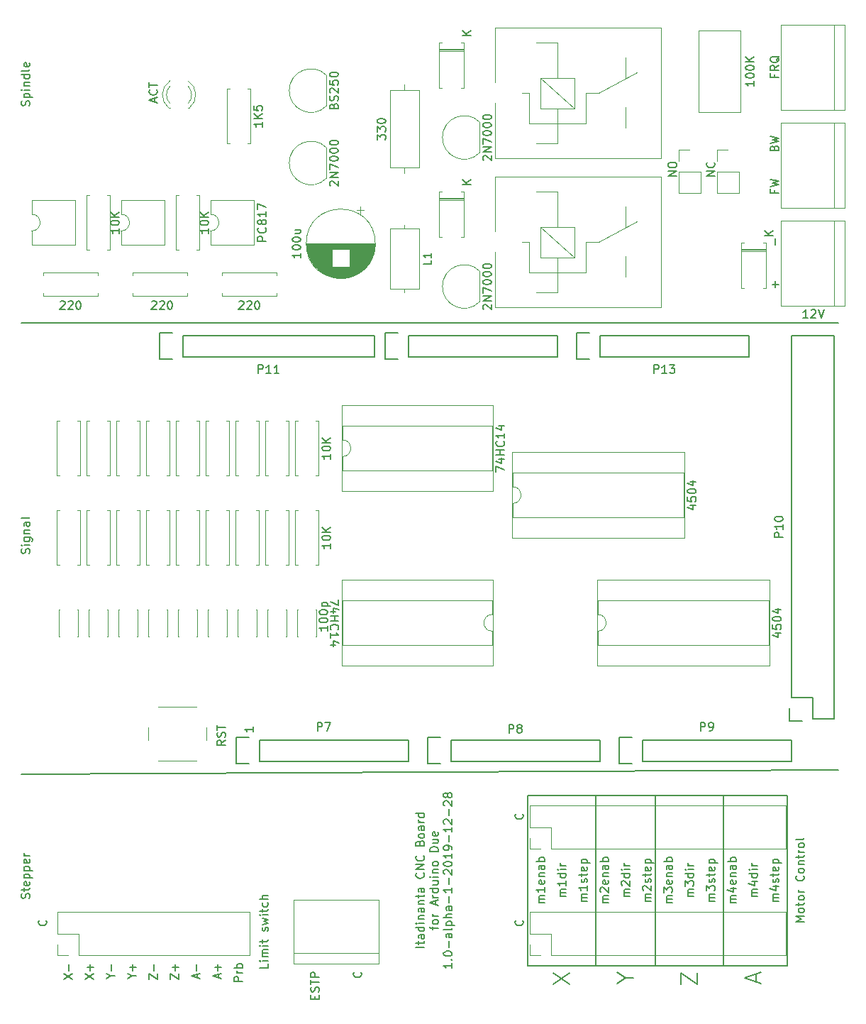
<source format=gbr>
G04 #@! TF.GenerationSoftware,KiCad,Pcbnew,5.1.5+dfsg1-2*
G04 #@! TF.CreationDate,2019-12-30T01:08:29+00:00*
G04 #@! TF.ProjectId,arduino_duo_shield,61726475-696e-46f5-9f64-756f5f736869,rev?*
G04 #@! TF.SameCoordinates,PX6258c20PY7445a00*
G04 #@! TF.FileFunction,Legend,Top*
G04 #@! TF.FilePolarity,Positive*
%FSLAX46Y46*%
G04 Gerber Fmt 4.6, Leading zero omitted, Abs format (unit mm)*
G04 Created by KiCad (PCBNEW 5.1.5+dfsg1-2) date 2019-12-30 01:08:29*
%MOMM*%
%LPD*%
G04 APERTURE LIST*
%ADD10C,0.150000*%
%ADD11C,0.120000*%
G04 APERTURE END LIST*
D10*
X16930666Y80160953D02*
X16930666Y80637143D01*
X17216380Y80065715D02*
X16216380Y80399048D01*
X17216380Y80732381D01*
X17121142Y81637143D02*
X17168761Y81589524D01*
X17216380Y81446667D01*
X17216380Y81351429D01*
X17168761Y81208572D01*
X17073523Y81113334D01*
X16978285Y81065715D01*
X16787809Y81018096D01*
X16644952Y81018096D01*
X16454476Y81065715D01*
X16359238Y81113334D01*
X16264000Y81208572D01*
X16216380Y81351429D01*
X16216380Y81446667D01*
X16264000Y81589524D01*
X16311619Y81637143D01*
X16216380Y81922858D02*
X16216380Y82494286D01*
X17216380Y82208572D02*
X16216380Y82208572D01*
X49094380Y-20676190D02*
X48094380Y-20676190D01*
X48427714Y-20342857D02*
X48427714Y-19961904D01*
X48094380Y-20200000D02*
X48951523Y-20200000D01*
X49046761Y-20152380D01*
X49094380Y-20057142D01*
X49094380Y-19961904D01*
X49094380Y-19200000D02*
X48570571Y-19200000D01*
X48475333Y-19247619D01*
X48427714Y-19342857D01*
X48427714Y-19533333D01*
X48475333Y-19628571D01*
X49046761Y-19200000D02*
X49094380Y-19295238D01*
X49094380Y-19533333D01*
X49046761Y-19628571D01*
X48951523Y-19676190D01*
X48856285Y-19676190D01*
X48761047Y-19628571D01*
X48713428Y-19533333D01*
X48713428Y-19295238D01*
X48665809Y-19200000D01*
X49094380Y-18295238D02*
X48094380Y-18295238D01*
X49046761Y-18295238D02*
X49094380Y-18390476D01*
X49094380Y-18580952D01*
X49046761Y-18676190D01*
X48999142Y-18723809D01*
X48903904Y-18771428D01*
X48618190Y-18771428D01*
X48522952Y-18723809D01*
X48475333Y-18676190D01*
X48427714Y-18580952D01*
X48427714Y-18390476D01*
X48475333Y-18295238D01*
X49094380Y-17819047D02*
X48427714Y-17819047D01*
X48094380Y-17819047D02*
X48142000Y-17866666D01*
X48189619Y-17819047D01*
X48142000Y-17771428D01*
X48094380Y-17819047D01*
X48189619Y-17819047D01*
X48427714Y-17342857D02*
X49094380Y-17342857D01*
X48522952Y-17342857D02*
X48475333Y-17295238D01*
X48427714Y-17200000D01*
X48427714Y-17057142D01*
X48475333Y-16961904D01*
X48570571Y-16914285D01*
X49094380Y-16914285D01*
X49094380Y-16009523D02*
X48570571Y-16009523D01*
X48475333Y-16057142D01*
X48427714Y-16152380D01*
X48427714Y-16342857D01*
X48475333Y-16438095D01*
X49046761Y-16009523D02*
X49094380Y-16104761D01*
X49094380Y-16342857D01*
X49046761Y-16438095D01*
X48951523Y-16485714D01*
X48856285Y-16485714D01*
X48761047Y-16438095D01*
X48713428Y-16342857D01*
X48713428Y-16104761D01*
X48665809Y-16009523D01*
X48427714Y-15533333D02*
X49094380Y-15533333D01*
X48522952Y-15533333D02*
X48475333Y-15485714D01*
X48427714Y-15390476D01*
X48427714Y-15247619D01*
X48475333Y-15152380D01*
X48570571Y-15104761D01*
X49094380Y-15104761D01*
X48427714Y-14771428D02*
X48427714Y-14390476D01*
X48094380Y-14628571D02*
X48951523Y-14628571D01*
X49046761Y-14580952D01*
X49094380Y-14485714D01*
X49094380Y-14390476D01*
X49094380Y-13628571D02*
X48570571Y-13628571D01*
X48475333Y-13676190D01*
X48427714Y-13771428D01*
X48427714Y-13961904D01*
X48475333Y-14057142D01*
X49046761Y-13628571D02*
X49094380Y-13723809D01*
X49094380Y-13961904D01*
X49046761Y-14057142D01*
X48951523Y-14104761D01*
X48856285Y-14104761D01*
X48761047Y-14057142D01*
X48713428Y-13961904D01*
X48713428Y-13723809D01*
X48665809Y-13628571D01*
X48999142Y-11819047D02*
X49046761Y-11866666D01*
X49094380Y-12009523D01*
X49094380Y-12104761D01*
X49046761Y-12247619D01*
X48951523Y-12342857D01*
X48856285Y-12390476D01*
X48665809Y-12438095D01*
X48522952Y-12438095D01*
X48332476Y-12390476D01*
X48237238Y-12342857D01*
X48142000Y-12247619D01*
X48094380Y-12104761D01*
X48094380Y-12009523D01*
X48142000Y-11866666D01*
X48189619Y-11819047D01*
X49094380Y-11390476D02*
X48094380Y-11390476D01*
X49094380Y-10819047D01*
X48094380Y-10819047D01*
X48999142Y-9771428D02*
X49046761Y-9819047D01*
X49094380Y-9961904D01*
X49094380Y-10057142D01*
X49046761Y-10200000D01*
X48951523Y-10295238D01*
X48856285Y-10342857D01*
X48665809Y-10390476D01*
X48522952Y-10390476D01*
X48332476Y-10342857D01*
X48237238Y-10295238D01*
X48142000Y-10200000D01*
X48094380Y-10057142D01*
X48094380Y-9961904D01*
X48142000Y-9819047D01*
X48189619Y-9771428D01*
X48570571Y-8247619D02*
X48618190Y-8104761D01*
X48665809Y-8057142D01*
X48761047Y-8009523D01*
X48903904Y-8009523D01*
X48999142Y-8057142D01*
X49046761Y-8104761D01*
X49094380Y-8200000D01*
X49094380Y-8580952D01*
X48094380Y-8580952D01*
X48094380Y-8247619D01*
X48142000Y-8152380D01*
X48189619Y-8104761D01*
X48284857Y-8057142D01*
X48380095Y-8057142D01*
X48475333Y-8104761D01*
X48522952Y-8152380D01*
X48570571Y-8247619D01*
X48570571Y-8580952D01*
X49094380Y-7438095D02*
X49046761Y-7533333D01*
X48999142Y-7580952D01*
X48903904Y-7628571D01*
X48618190Y-7628571D01*
X48522952Y-7580952D01*
X48475333Y-7533333D01*
X48427714Y-7438095D01*
X48427714Y-7295238D01*
X48475333Y-7200000D01*
X48522952Y-7152380D01*
X48618190Y-7104761D01*
X48903904Y-7104761D01*
X48999142Y-7152380D01*
X49046761Y-7200000D01*
X49094380Y-7295238D01*
X49094380Y-7438095D01*
X49094380Y-6247619D02*
X48570571Y-6247619D01*
X48475333Y-6295238D01*
X48427714Y-6390476D01*
X48427714Y-6580952D01*
X48475333Y-6676190D01*
X49046761Y-6247619D02*
X49094380Y-6342857D01*
X49094380Y-6580952D01*
X49046761Y-6676190D01*
X48951523Y-6723809D01*
X48856285Y-6723809D01*
X48761047Y-6676190D01*
X48713428Y-6580952D01*
X48713428Y-6342857D01*
X48665809Y-6247619D01*
X49094380Y-5771428D02*
X48427714Y-5771428D01*
X48618190Y-5771428D02*
X48522952Y-5723809D01*
X48475333Y-5676190D01*
X48427714Y-5580952D01*
X48427714Y-5485714D01*
X49094380Y-4723809D02*
X48094380Y-4723809D01*
X49046761Y-4723809D02*
X49094380Y-4819047D01*
X49094380Y-5009523D01*
X49046761Y-5104761D01*
X48999142Y-5152380D01*
X48903904Y-5200000D01*
X48618190Y-5200000D01*
X48522952Y-5152380D01*
X48475333Y-5104761D01*
X48427714Y-5009523D01*
X48427714Y-4819047D01*
X48475333Y-4723809D01*
X50077714Y-18580952D02*
X50077714Y-18200000D01*
X50744380Y-18438095D02*
X49887238Y-18438095D01*
X49792000Y-18390476D01*
X49744380Y-18295238D01*
X49744380Y-18200000D01*
X50744380Y-17723809D02*
X50696761Y-17819047D01*
X50649142Y-17866666D01*
X50553904Y-17914285D01*
X50268190Y-17914285D01*
X50172952Y-17866666D01*
X50125333Y-17819047D01*
X50077714Y-17723809D01*
X50077714Y-17580952D01*
X50125333Y-17485714D01*
X50172952Y-17438095D01*
X50268190Y-17390476D01*
X50553904Y-17390476D01*
X50649142Y-17438095D01*
X50696761Y-17485714D01*
X50744380Y-17580952D01*
X50744380Y-17723809D01*
X50744380Y-16961904D02*
X50077714Y-16961904D01*
X50268190Y-16961904D02*
X50172952Y-16914285D01*
X50125333Y-16866666D01*
X50077714Y-16771428D01*
X50077714Y-16676190D01*
X50458666Y-15628571D02*
X50458666Y-15152380D01*
X50744380Y-15723809D02*
X49744380Y-15390476D01*
X50744380Y-15057142D01*
X50744380Y-14723809D02*
X50077714Y-14723809D01*
X50268190Y-14723809D02*
X50172952Y-14676190D01*
X50125333Y-14628571D01*
X50077714Y-14533333D01*
X50077714Y-14438095D01*
X50744380Y-13676190D02*
X49744380Y-13676190D01*
X50696761Y-13676190D02*
X50744380Y-13771428D01*
X50744380Y-13961904D01*
X50696761Y-14057142D01*
X50649142Y-14104761D01*
X50553904Y-14152380D01*
X50268190Y-14152380D01*
X50172952Y-14104761D01*
X50125333Y-14057142D01*
X50077714Y-13961904D01*
X50077714Y-13771428D01*
X50125333Y-13676190D01*
X50077714Y-12771428D02*
X50744380Y-12771428D01*
X50077714Y-13200000D02*
X50601523Y-13200000D01*
X50696761Y-13152380D01*
X50744380Y-13057142D01*
X50744380Y-12914285D01*
X50696761Y-12819047D01*
X50649142Y-12771428D01*
X50744380Y-12295238D02*
X50077714Y-12295238D01*
X49744380Y-12295238D02*
X49792000Y-12342857D01*
X49839619Y-12295238D01*
X49792000Y-12247619D01*
X49744380Y-12295238D01*
X49839619Y-12295238D01*
X50077714Y-11819047D02*
X50744380Y-11819047D01*
X50172952Y-11819047D02*
X50125333Y-11771428D01*
X50077714Y-11676190D01*
X50077714Y-11533333D01*
X50125333Y-11438095D01*
X50220571Y-11390476D01*
X50744380Y-11390476D01*
X50744380Y-10771428D02*
X50696761Y-10866666D01*
X50649142Y-10914285D01*
X50553904Y-10961904D01*
X50268190Y-10961904D01*
X50172952Y-10914285D01*
X50125333Y-10866666D01*
X50077714Y-10771428D01*
X50077714Y-10628571D01*
X50125333Y-10533333D01*
X50172952Y-10485714D01*
X50268190Y-10438095D01*
X50553904Y-10438095D01*
X50649142Y-10485714D01*
X50696761Y-10533333D01*
X50744380Y-10628571D01*
X50744380Y-10771428D01*
X50744380Y-9247619D02*
X49744380Y-9247619D01*
X49744380Y-9009523D01*
X49792000Y-8866666D01*
X49887238Y-8771428D01*
X49982476Y-8723809D01*
X50172952Y-8676190D01*
X50315809Y-8676190D01*
X50506285Y-8723809D01*
X50601523Y-8771428D01*
X50696761Y-8866666D01*
X50744380Y-9009523D01*
X50744380Y-9247619D01*
X50077714Y-7819047D02*
X50744380Y-7819047D01*
X50077714Y-8247619D02*
X50601523Y-8247619D01*
X50696761Y-8200000D01*
X50744380Y-8104761D01*
X50744380Y-7961904D01*
X50696761Y-7866666D01*
X50649142Y-7819047D01*
X50696761Y-6961904D02*
X50744380Y-7057142D01*
X50744380Y-7247619D01*
X50696761Y-7342857D01*
X50601523Y-7390476D01*
X50220571Y-7390476D01*
X50125333Y-7342857D01*
X50077714Y-7247619D01*
X50077714Y-7057142D01*
X50125333Y-6961904D01*
X50220571Y-6914285D01*
X50315809Y-6914285D01*
X50411047Y-7390476D01*
X52394380Y-22580952D02*
X52394380Y-23152380D01*
X52394380Y-22866666D02*
X51394380Y-22866666D01*
X51537238Y-22961904D01*
X51632476Y-23057142D01*
X51680095Y-23152380D01*
X52299142Y-22152380D02*
X52346761Y-22104761D01*
X52394380Y-22152380D01*
X52346761Y-22200000D01*
X52299142Y-22152380D01*
X52394380Y-22152380D01*
X51394380Y-21485714D02*
X51394380Y-21390476D01*
X51442000Y-21295238D01*
X51489619Y-21247619D01*
X51584857Y-21200000D01*
X51775333Y-21152380D01*
X52013428Y-21152380D01*
X52203904Y-21200000D01*
X52299142Y-21247619D01*
X52346761Y-21295238D01*
X52394380Y-21390476D01*
X52394380Y-21485714D01*
X52346761Y-21580952D01*
X52299142Y-21628571D01*
X52203904Y-21676190D01*
X52013428Y-21723809D01*
X51775333Y-21723809D01*
X51584857Y-21676190D01*
X51489619Y-21628571D01*
X51442000Y-21580952D01*
X51394380Y-21485714D01*
X52013428Y-20723809D02*
X52013428Y-19961904D01*
X52394380Y-19057142D02*
X51870571Y-19057142D01*
X51775333Y-19104761D01*
X51727714Y-19200000D01*
X51727714Y-19390476D01*
X51775333Y-19485714D01*
X52346761Y-19057142D02*
X52394380Y-19152380D01*
X52394380Y-19390476D01*
X52346761Y-19485714D01*
X52251523Y-19533333D01*
X52156285Y-19533333D01*
X52061047Y-19485714D01*
X52013428Y-19390476D01*
X52013428Y-19152380D01*
X51965809Y-19057142D01*
X52394380Y-18438095D02*
X52346761Y-18533333D01*
X52251523Y-18580952D01*
X51394380Y-18580952D01*
X51727714Y-18057142D02*
X52727714Y-18057142D01*
X51775333Y-18057142D02*
X51727714Y-17961904D01*
X51727714Y-17771428D01*
X51775333Y-17676190D01*
X51822952Y-17628571D01*
X51918190Y-17580952D01*
X52203904Y-17580952D01*
X52299142Y-17628571D01*
X52346761Y-17676190D01*
X52394380Y-17771428D01*
X52394380Y-17961904D01*
X52346761Y-18057142D01*
X52394380Y-17152380D02*
X51394380Y-17152380D01*
X52394380Y-16723809D02*
X51870571Y-16723809D01*
X51775333Y-16771428D01*
X51727714Y-16866666D01*
X51727714Y-17009523D01*
X51775333Y-17104761D01*
X51822952Y-17152380D01*
X52394380Y-15819047D02*
X51870571Y-15819047D01*
X51775333Y-15866666D01*
X51727714Y-15961904D01*
X51727714Y-16152380D01*
X51775333Y-16247619D01*
X52346761Y-15819047D02*
X52394380Y-15914285D01*
X52394380Y-16152380D01*
X52346761Y-16247619D01*
X52251523Y-16295238D01*
X52156285Y-16295238D01*
X52061047Y-16247619D01*
X52013428Y-16152380D01*
X52013428Y-15914285D01*
X51965809Y-15819047D01*
X52013428Y-15342857D02*
X52013428Y-14580952D01*
X52394380Y-13580952D02*
X52394380Y-14152380D01*
X52394380Y-13866666D02*
X51394380Y-13866666D01*
X51537238Y-13961904D01*
X51632476Y-14057142D01*
X51680095Y-14152380D01*
X52013428Y-13152380D02*
X52013428Y-12390476D01*
X51489619Y-11961904D02*
X51442000Y-11914285D01*
X51394380Y-11819047D01*
X51394380Y-11580952D01*
X51442000Y-11485714D01*
X51489619Y-11438095D01*
X51584857Y-11390476D01*
X51680095Y-11390476D01*
X51822952Y-11438095D01*
X52394380Y-12009523D01*
X52394380Y-11390476D01*
X51394380Y-10771428D02*
X51394380Y-10676190D01*
X51442000Y-10580952D01*
X51489619Y-10533333D01*
X51584857Y-10485714D01*
X51775333Y-10438095D01*
X52013428Y-10438095D01*
X52203904Y-10485714D01*
X52299142Y-10533333D01*
X52346761Y-10580952D01*
X52394380Y-10676190D01*
X52394380Y-10771428D01*
X52346761Y-10866666D01*
X52299142Y-10914285D01*
X52203904Y-10961904D01*
X52013428Y-11009523D01*
X51775333Y-11009523D01*
X51584857Y-10961904D01*
X51489619Y-10914285D01*
X51442000Y-10866666D01*
X51394380Y-10771428D01*
X52394380Y-9485714D02*
X52394380Y-10057142D01*
X52394380Y-9771428D02*
X51394380Y-9771428D01*
X51537238Y-9866666D01*
X51632476Y-9961904D01*
X51680095Y-10057142D01*
X52394380Y-9009523D02*
X52394380Y-8819047D01*
X52346761Y-8723809D01*
X52299142Y-8676190D01*
X52156285Y-8580952D01*
X51965809Y-8533333D01*
X51584857Y-8533333D01*
X51489619Y-8580952D01*
X51442000Y-8628571D01*
X51394380Y-8723809D01*
X51394380Y-8914285D01*
X51442000Y-9009523D01*
X51489619Y-9057142D01*
X51584857Y-9104761D01*
X51822952Y-9104761D01*
X51918190Y-9057142D01*
X51965809Y-9009523D01*
X52013428Y-8914285D01*
X52013428Y-8723809D01*
X51965809Y-8628571D01*
X51918190Y-8580952D01*
X51822952Y-8533333D01*
X52013428Y-8104761D02*
X52013428Y-7342857D01*
X52394380Y-6342857D02*
X52394380Y-6914285D01*
X52394380Y-6628571D02*
X51394380Y-6628571D01*
X51537238Y-6723809D01*
X51632476Y-6819047D01*
X51680095Y-6914285D01*
X51489619Y-5961904D02*
X51442000Y-5914285D01*
X51394380Y-5819047D01*
X51394380Y-5580952D01*
X51442000Y-5485714D01*
X51489619Y-5438095D01*
X51584857Y-5390476D01*
X51680095Y-5390476D01*
X51822952Y-5438095D01*
X52394380Y-6009523D01*
X52394380Y-5390476D01*
X52013428Y-4961904D02*
X52013428Y-4200000D01*
X51489619Y-3771428D02*
X51442000Y-3723809D01*
X51394380Y-3628571D01*
X51394380Y-3390476D01*
X51442000Y-3295238D01*
X51489619Y-3247619D01*
X51584857Y-3200000D01*
X51680095Y-3200000D01*
X51822952Y-3247619D01*
X52394380Y-3819047D01*
X52394380Y-3200000D01*
X51822952Y-2628571D02*
X51775333Y-2723809D01*
X51727714Y-2771428D01*
X51632476Y-2819047D01*
X51584857Y-2819047D01*
X51489619Y-2771428D01*
X51442000Y-2723809D01*
X51394380Y-2628571D01*
X51394380Y-2438095D01*
X51442000Y-2342857D01*
X51489619Y-2295238D01*
X51584857Y-2247619D01*
X51632476Y-2247619D01*
X51727714Y-2295238D01*
X51775333Y-2342857D01*
X51822952Y-2438095D01*
X51822952Y-2628571D01*
X51870571Y-2723809D01*
X51918190Y-2771428D01*
X52013428Y-2819047D01*
X52203904Y-2819047D01*
X52299142Y-2771428D01*
X52346761Y-2723809D01*
X52394380Y-2628571D01*
X52394380Y-2438095D01*
X52346761Y-2342857D01*
X52299142Y-2295238D01*
X52203904Y-2247619D01*
X52013428Y-2247619D01*
X51918190Y-2295238D01*
X51870571Y-2342857D01*
X51822952Y-2438095D01*
X1928761Y26305143D02*
X1976380Y26448000D01*
X1976380Y26686096D01*
X1928761Y26781334D01*
X1881142Y26828953D01*
X1785904Y26876572D01*
X1690666Y26876572D01*
X1595428Y26828953D01*
X1547809Y26781334D01*
X1500190Y26686096D01*
X1452571Y26495620D01*
X1404952Y26400381D01*
X1357333Y26352762D01*
X1262095Y26305143D01*
X1166857Y26305143D01*
X1071619Y26352762D01*
X1024000Y26400381D01*
X976380Y26495620D01*
X976380Y26733715D01*
X1024000Y26876572D01*
X1976380Y27305143D02*
X1309714Y27305143D01*
X976380Y27305143D02*
X1024000Y27257524D01*
X1071619Y27305143D01*
X1024000Y27352762D01*
X976380Y27305143D01*
X1071619Y27305143D01*
X1309714Y28209905D02*
X2119238Y28209905D01*
X2214476Y28162286D01*
X2262095Y28114667D01*
X2309714Y28019429D01*
X2309714Y27876572D01*
X2262095Y27781334D01*
X1928761Y28209905D02*
X1976380Y28114667D01*
X1976380Y27924191D01*
X1928761Y27828953D01*
X1881142Y27781334D01*
X1785904Y27733715D01*
X1500190Y27733715D01*
X1404952Y27781334D01*
X1357333Y27828953D01*
X1309714Y27924191D01*
X1309714Y28114667D01*
X1357333Y28209905D01*
X1309714Y28686096D02*
X1976380Y28686096D01*
X1404952Y28686096D02*
X1357333Y28733715D01*
X1309714Y28828953D01*
X1309714Y28971810D01*
X1357333Y29067048D01*
X1452571Y29114667D01*
X1976380Y29114667D01*
X1976380Y30019429D02*
X1452571Y30019429D01*
X1357333Y29971810D01*
X1309714Y29876572D01*
X1309714Y29686096D01*
X1357333Y29590858D01*
X1928761Y30019429D02*
X1976380Y29924191D01*
X1976380Y29686096D01*
X1928761Y29590858D01*
X1833523Y29543239D01*
X1738285Y29543239D01*
X1643047Y29590858D01*
X1595428Y29686096D01*
X1595428Y29924191D01*
X1547809Y30019429D01*
X1976380Y30638477D02*
X1928761Y30543239D01*
X1833523Y30495620D01*
X976380Y30495620D01*
X1928761Y-14834857D02*
X1976380Y-14692000D01*
X1976380Y-14453904D01*
X1928761Y-14358666D01*
X1881142Y-14311047D01*
X1785904Y-14263428D01*
X1690666Y-14263428D01*
X1595428Y-14311047D01*
X1547809Y-14358666D01*
X1500190Y-14453904D01*
X1452571Y-14644380D01*
X1404952Y-14739619D01*
X1357333Y-14787238D01*
X1262095Y-14834857D01*
X1166857Y-14834857D01*
X1071619Y-14787238D01*
X1024000Y-14739619D01*
X976380Y-14644380D01*
X976380Y-14406285D01*
X1024000Y-14263428D01*
X1309714Y-13977714D02*
X1309714Y-13596761D01*
X976380Y-13834857D02*
X1833523Y-13834857D01*
X1928761Y-13787238D01*
X1976380Y-13692000D01*
X1976380Y-13596761D01*
X1928761Y-12882476D02*
X1976380Y-12977714D01*
X1976380Y-13168190D01*
X1928761Y-13263428D01*
X1833523Y-13311047D01*
X1452571Y-13311047D01*
X1357333Y-13263428D01*
X1309714Y-13168190D01*
X1309714Y-12977714D01*
X1357333Y-12882476D01*
X1452571Y-12834857D01*
X1547809Y-12834857D01*
X1643047Y-13311047D01*
X1309714Y-12406285D02*
X2309714Y-12406285D01*
X1357333Y-12406285D02*
X1309714Y-12311047D01*
X1309714Y-12120571D01*
X1357333Y-12025333D01*
X1404952Y-11977714D01*
X1500190Y-11930095D01*
X1785904Y-11930095D01*
X1881142Y-11977714D01*
X1928761Y-12025333D01*
X1976380Y-12120571D01*
X1976380Y-12311047D01*
X1928761Y-12406285D01*
X1309714Y-11501523D02*
X2309714Y-11501523D01*
X1357333Y-11501523D02*
X1309714Y-11406285D01*
X1309714Y-11215809D01*
X1357333Y-11120571D01*
X1404952Y-11072952D01*
X1500190Y-11025333D01*
X1785904Y-11025333D01*
X1881142Y-11072952D01*
X1928761Y-11120571D01*
X1976380Y-11215809D01*
X1976380Y-11406285D01*
X1928761Y-11501523D01*
X1928761Y-10215809D02*
X1976380Y-10311047D01*
X1976380Y-10501523D01*
X1928761Y-10596761D01*
X1833523Y-10644380D01*
X1452571Y-10644380D01*
X1357333Y-10596761D01*
X1309714Y-10501523D01*
X1309714Y-10311047D01*
X1357333Y-10215809D01*
X1452571Y-10168190D01*
X1547809Y-10168190D01*
X1643047Y-10644380D01*
X1976380Y-9739619D02*
X1309714Y-9739619D01*
X1500190Y-9739619D02*
X1404952Y-9692000D01*
X1357333Y-9644380D01*
X1309714Y-9549142D01*
X1309714Y-9453904D01*
X1928761Y79724572D02*
X1976380Y79867429D01*
X1976380Y80105524D01*
X1928761Y80200762D01*
X1881142Y80248381D01*
X1785904Y80296000D01*
X1690666Y80296000D01*
X1595428Y80248381D01*
X1547809Y80200762D01*
X1500190Y80105524D01*
X1452571Y79915048D01*
X1404952Y79819810D01*
X1357333Y79772191D01*
X1262095Y79724572D01*
X1166857Y79724572D01*
X1071619Y79772191D01*
X1024000Y79819810D01*
X976380Y79915048D01*
X976380Y80153143D01*
X1024000Y80296000D01*
X1309714Y80724572D02*
X2309714Y80724572D01*
X1357333Y80724572D02*
X1309714Y80819810D01*
X1309714Y81010286D01*
X1357333Y81105524D01*
X1404952Y81153143D01*
X1500190Y81200762D01*
X1785904Y81200762D01*
X1881142Y81153143D01*
X1928761Y81105524D01*
X1976380Y81010286D01*
X1976380Y80819810D01*
X1928761Y80724572D01*
X1976380Y81629334D02*
X1309714Y81629334D01*
X976380Y81629334D02*
X1024000Y81581715D01*
X1071619Y81629334D01*
X1024000Y81676953D01*
X976380Y81629334D01*
X1071619Y81629334D01*
X1309714Y82105524D02*
X1976380Y82105524D01*
X1404952Y82105524D02*
X1357333Y82153143D01*
X1309714Y82248381D01*
X1309714Y82391239D01*
X1357333Y82486477D01*
X1452571Y82534096D01*
X1976380Y82534096D01*
X1976380Y83438858D02*
X976380Y83438858D01*
X1928761Y83438858D02*
X1976380Y83343620D01*
X1976380Y83153143D01*
X1928761Y83057905D01*
X1881142Y83010286D01*
X1785904Y82962667D01*
X1500190Y82962667D01*
X1404952Y83010286D01*
X1357333Y83057905D01*
X1309714Y83153143D01*
X1309714Y83343620D01*
X1357333Y83438858D01*
X1976380Y84057905D02*
X1928761Y83962667D01*
X1833523Y83915048D01*
X976380Y83915048D01*
X1928761Y84819810D02*
X1976380Y84724572D01*
X1976380Y84534096D01*
X1928761Y84438858D01*
X1833523Y84391239D01*
X1452571Y84391239D01*
X1357333Y84438858D01*
X1309714Y84534096D01*
X1309714Y84724572D01*
X1357333Y84819810D01*
X1452571Y84867429D01*
X1547809Y84867429D01*
X1643047Y84391239D01*
X91384380Y-15176190D02*
X90717714Y-15176190D01*
X90812952Y-15176190D02*
X90765333Y-15128571D01*
X90717714Y-15033333D01*
X90717714Y-14890476D01*
X90765333Y-14795238D01*
X90860571Y-14747619D01*
X91384380Y-14747619D01*
X90860571Y-14747619D02*
X90765333Y-14700000D01*
X90717714Y-14604761D01*
X90717714Y-14461904D01*
X90765333Y-14366666D01*
X90860571Y-14319047D01*
X91384380Y-14319047D01*
X90717714Y-13414285D02*
X91384380Y-13414285D01*
X90336761Y-13652380D02*
X91051047Y-13890476D01*
X91051047Y-13271428D01*
X91336761Y-12938095D02*
X91384380Y-12842857D01*
X91384380Y-12652380D01*
X91336761Y-12557142D01*
X91241523Y-12509523D01*
X91193904Y-12509523D01*
X91098666Y-12557142D01*
X91051047Y-12652380D01*
X91051047Y-12795238D01*
X91003428Y-12890476D01*
X90908190Y-12938095D01*
X90860571Y-12938095D01*
X90765333Y-12890476D01*
X90717714Y-12795238D01*
X90717714Y-12652380D01*
X90765333Y-12557142D01*
X90717714Y-12223809D02*
X90717714Y-11842857D01*
X90384380Y-12080952D02*
X91241523Y-12080952D01*
X91336761Y-12033333D01*
X91384380Y-11938095D01*
X91384380Y-11842857D01*
X91336761Y-11128571D02*
X91384380Y-11223809D01*
X91384380Y-11414285D01*
X91336761Y-11509523D01*
X91241523Y-11557142D01*
X90860571Y-11557142D01*
X90765333Y-11509523D01*
X90717714Y-11414285D01*
X90717714Y-11223809D01*
X90765333Y-11128571D01*
X90860571Y-11080952D01*
X90955809Y-11080952D01*
X91051047Y-11557142D01*
X90717714Y-10652380D02*
X91717714Y-10652380D01*
X90765333Y-10652380D02*
X90717714Y-10557142D01*
X90717714Y-10366666D01*
X90765333Y-10271428D01*
X90812952Y-10223809D01*
X90908190Y-10176190D01*
X91193904Y-10176190D01*
X91289142Y-10223809D01*
X91336761Y-10271428D01*
X91384380Y-10366666D01*
X91384380Y-10557142D01*
X91336761Y-10652380D01*
X88844380Y-14604761D02*
X88177714Y-14604761D01*
X88272952Y-14604761D02*
X88225333Y-14557142D01*
X88177714Y-14461904D01*
X88177714Y-14319047D01*
X88225333Y-14223809D01*
X88320571Y-14176190D01*
X88844380Y-14176190D01*
X88320571Y-14176190D02*
X88225333Y-14128571D01*
X88177714Y-14033333D01*
X88177714Y-13890476D01*
X88225333Y-13795238D01*
X88320571Y-13747619D01*
X88844380Y-13747619D01*
X88177714Y-12842857D02*
X88844380Y-12842857D01*
X87796761Y-13080952D02*
X88511047Y-13319047D01*
X88511047Y-12700000D01*
X88844380Y-11890476D02*
X87844380Y-11890476D01*
X88796761Y-11890476D02*
X88844380Y-11985714D01*
X88844380Y-12176190D01*
X88796761Y-12271428D01*
X88749142Y-12319047D01*
X88653904Y-12366666D01*
X88368190Y-12366666D01*
X88272952Y-12319047D01*
X88225333Y-12271428D01*
X88177714Y-12176190D01*
X88177714Y-11985714D01*
X88225333Y-11890476D01*
X88844380Y-11414285D02*
X88177714Y-11414285D01*
X87844380Y-11414285D02*
X87892000Y-11461904D01*
X87939619Y-11414285D01*
X87892000Y-11366666D01*
X87844380Y-11414285D01*
X87939619Y-11414285D01*
X88844380Y-10938095D02*
X88177714Y-10938095D01*
X88368190Y-10938095D02*
X88272952Y-10890476D01*
X88225333Y-10842857D01*
X88177714Y-10747619D01*
X88177714Y-10652380D01*
X86304380Y-15390476D02*
X85637714Y-15390476D01*
X85732952Y-15390476D02*
X85685333Y-15342857D01*
X85637714Y-15247619D01*
X85637714Y-15104761D01*
X85685333Y-15009523D01*
X85780571Y-14961904D01*
X86304380Y-14961904D01*
X85780571Y-14961904D02*
X85685333Y-14914285D01*
X85637714Y-14819047D01*
X85637714Y-14676190D01*
X85685333Y-14580952D01*
X85780571Y-14533333D01*
X86304380Y-14533333D01*
X85637714Y-13628571D02*
X86304380Y-13628571D01*
X85256761Y-13866666D02*
X85971047Y-14104761D01*
X85971047Y-13485714D01*
X86256761Y-12723809D02*
X86304380Y-12819047D01*
X86304380Y-13009523D01*
X86256761Y-13104761D01*
X86161523Y-13152380D01*
X85780571Y-13152380D01*
X85685333Y-13104761D01*
X85637714Y-13009523D01*
X85637714Y-12819047D01*
X85685333Y-12723809D01*
X85780571Y-12676190D01*
X85875809Y-12676190D01*
X85971047Y-13152380D01*
X85637714Y-12247619D02*
X86304380Y-12247619D01*
X85732952Y-12247619D02*
X85685333Y-12200000D01*
X85637714Y-12104761D01*
X85637714Y-11961904D01*
X85685333Y-11866666D01*
X85780571Y-11819047D01*
X86304380Y-11819047D01*
X86304380Y-10914285D02*
X85780571Y-10914285D01*
X85685333Y-10961904D01*
X85637714Y-11057142D01*
X85637714Y-11247619D01*
X85685333Y-11342857D01*
X86256761Y-10914285D02*
X86304380Y-11009523D01*
X86304380Y-11247619D01*
X86256761Y-11342857D01*
X86161523Y-11390476D01*
X86066285Y-11390476D01*
X85971047Y-11342857D01*
X85923428Y-11247619D01*
X85923428Y-11009523D01*
X85875809Y-10914285D01*
X86304380Y-10438095D02*
X85304380Y-10438095D01*
X85685333Y-10438095D02*
X85637714Y-10342857D01*
X85637714Y-10152380D01*
X85685333Y-10057142D01*
X85732952Y-10009523D01*
X85828190Y-9961904D01*
X86113904Y-9961904D01*
X86209142Y-10009523D01*
X86256761Y-10057142D01*
X86304380Y-10152380D01*
X86304380Y-10342857D01*
X86256761Y-10438095D01*
X83764380Y-15176190D02*
X83097714Y-15176190D01*
X83192952Y-15176190D02*
X83145333Y-15128571D01*
X83097714Y-15033333D01*
X83097714Y-14890476D01*
X83145333Y-14795238D01*
X83240571Y-14747619D01*
X83764380Y-14747619D01*
X83240571Y-14747619D02*
X83145333Y-14700000D01*
X83097714Y-14604761D01*
X83097714Y-14461904D01*
X83145333Y-14366666D01*
X83240571Y-14319047D01*
X83764380Y-14319047D01*
X82764380Y-13938095D02*
X82764380Y-13319047D01*
X83145333Y-13652380D01*
X83145333Y-13509523D01*
X83192952Y-13414285D01*
X83240571Y-13366666D01*
X83335809Y-13319047D01*
X83573904Y-13319047D01*
X83669142Y-13366666D01*
X83716761Y-13414285D01*
X83764380Y-13509523D01*
X83764380Y-13795238D01*
X83716761Y-13890476D01*
X83669142Y-13938095D01*
X83716761Y-12938095D02*
X83764380Y-12842857D01*
X83764380Y-12652380D01*
X83716761Y-12557142D01*
X83621523Y-12509523D01*
X83573904Y-12509523D01*
X83478666Y-12557142D01*
X83431047Y-12652380D01*
X83431047Y-12795238D01*
X83383428Y-12890476D01*
X83288190Y-12938095D01*
X83240571Y-12938095D01*
X83145333Y-12890476D01*
X83097714Y-12795238D01*
X83097714Y-12652380D01*
X83145333Y-12557142D01*
X83097714Y-12223809D02*
X83097714Y-11842857D01*
X82764380Y-12080952D02*
X83621523Y-12080952D01*
X83716761Y-12033333D01*
X83764380Y-11938095D01*
X83764380Y-11842857D01*
X83716761Y-11128571D02*
X83764380Y-11223809D01*
X83764380Y-11414285D01*
X83716761Y-11509523D01*
X83621523Y-11557142D01*
X83240571Y-11557142D01*
X83145333Y-11509523D01*
X83097714Y-11414285D01*
X83097714Y-11223809D01*
X83145333Y-11128571D01*
X83240571Y-11080952D01*
X83335809Y-11080952D01*
X83431047Y-11557142D01*
X83097714Y-10652380D02*
X84097714Y-10652380D01*
X83145333Y-10652380D02*
X83097714Y-10557142D01*
X83097714Y-10366666D01*
X83145333Y-10271428D01*
X83192952Y-10223809D01*
X83288190Y-10176190D01*
X83573904Y-10176190D01*
X83669142Y-10223809D01*
X83716761Y-10271428D01*
X83764380Y-10366666D01*
X83764380Y-10557142D01*
X83716761Y-10652380D01*
X78684380Y-15390476D02*
X78017714Y-15390476D01*
X78112952Y-15390476D02*
X78065333Y-15342857D01*
X78017714Y-15247619D01*
X78017714Y-15104761D01*
X78065333Y-15009523D01*
X78160571Y-14961904D01*
X78684380Y-14961904D01*
X78160571Y-14961904D02*
X78065333Y-14914285D01*
X78017714Y-14819047D01*
X78017714Y-14676190D01*
X78065333Y-14580952D01*
X78160571Y-14533333D01*
X78684380Y-14533333D01*
X77684380Y-14152380D02*
X77684380Y-13533333D01*
X78065333Y-13866666D01*
X78065333Y-13723809D01*
X78112952Y-13628571D01*
X78160571Y-13580952D01*
X78255809Y-13533333D01*
X78493904Y-13533333D01*
X78589142Y-13580952D01*
X78636761Y-13628571D01*
X78684380Y-13723809D01*
X78684380Y-14009523D01*
X78636761Y-14104761D01*
X78589142Y-14152380D01*
X78636761Y-12723809D02*
X78684380Y-12819047D01*
X78684380Y-13009523D01*
X78636761Y-13104761D01*
X78541523Y-13152380D01*
X78160571Y-13152380D01*
X78065333Y-13104761D01*
X78017714Y-13009523D01*
X78017714Y-12819047D01*
X78065333Y-12723809D01*
X78160571Y-12676190D01*
X78255809Y-12676190D01*
X78351047Y-13152380D01*
X78017714Y-12247619D02*
X78684380Y-12247619D01*
X78112952Y-12247619D02*
X78065333Y-12200000D01*
X78017714Y-12104761D01*
X78017714Y-11961904D01*
X78065333Y-11866666D01*
X78160571Y-11819047D01*
X78684380Y-11819047D01*
X78684380Y-10914285D02*
X78160571Y-10914285D01*
X78065333Y-10961904D01*
X78017714Y-11057142D01*
X78017714Y-11247619D01*
X78065333Y-11342857D01*
X78636761Y-10914285D02*
X78684380Y-11009523D01*
X78684380Y-11247619D01*
X78636761Y-11342857D01*
X78541523Y-11390476D01*
X78446285Y-11390476D01*
X78351047Y-11342857D01*
X78303428Y-11247619D01*
X78303428Y-11009523D01*
X78255809Y-10914285D01*
X78684380Y-10438095D02*
X77684380Y-10438095D01*
X78065333Y-10438095D02*
X78017714Y-10342857D01*
X78017714Y-10152380D01*
X78065333Y-10057142D01*
X78112952Y-10009523D01*
X78208190Y-9961904D01*
X78493904Y-9961904D01*
X78589142Y-10009523D01*
X78636761Y-10057142D01*
X78684380Y-10152380D01*
X78684380Y-10342857D01*
X78636761Y-10438095D01*
X81224380Y-14604761D02*
X80557714Y-14604761D01*
X80652952Y-14604761D02*
X80605333Y-14557142D01*
X80557714Y-14461904D01*
X80557714Y-14319047D01*
X80605333Y-14223809D01*
X80700571Y-14176190D01*
X81224380Y-14176190D01*
X80700571Y-14176190D02*
X80605333Y-14128571D01*
X80557714Y-14033333D01*
X80557714Y-13890476D01*
X80605333Y-13795238D01*
X80700571Y-13747619D01*
X81224380Y-13747619D01*
X80224380Y-13366666D02*
X80224380Y-12747619D01*
X80605333Y-13080952D01*
X80605333Y-12938095D01*
X80652952Y-12842857D01*
X80700571Y-12795238D01*
X80795809Y-12747619D01*
X81033904Y-12747619D01*
X81129142Y-12795238D01*
X81176761Y-12842857D01*
X81224380Y-12938095D01*
X81224380Y-13223809D01*
X81176761Y-13319047D01*
X81129142Y-13366666D01*
X81224380Y-11890476D02*
X80224380Y-11890476D01*
X81176761Y-11890476D02*
X81224380Y-11985714D01*
X81224380Y-12176190D01*
X81176761Y-12271428D01*
X81129142Y-12319047D01*
X81033904Y-12366666D01*
X80748190Y-12366666D01*
X80652952Y-12319047D01*
X80605333Y-12271428D01*
X80557714Y-12176190D01*
X80557714Y-11985714D01*
X80605333Y-11890476D01*
X81224380Y-11414285D02*
X80557714Y-11414285D01*
X80224380Y-11414285D02*
X80272000Y-11461904D01*
X80319619Y-11414285D01*
X80272000Y-11366666D01*
X80224380Y-11414285D01*
X80319619Y-11414285D01*
X81224380Y-10938095D02*
X80557714Y-10938095D01*
X80748190Y-10938095D02*
X80652952Y-10890476D01*
X80605333Y-10842857D01*
X80557714Y-10747619D01*
X80557714Y-10652380D01*
X76144380Y-15176190D02*
X75477714Y-15176190D01*
X75572952Y-15176190D02*
X75525333Y-15128571D01*
X75477714Y-15033333D01*
X75477714Y-14890476D01*
X75525333Y-14795238D01*
X75620571Y-14747619D01*
X76144380Y-14747619D01*
X75620571Y-14747619D02*
X75525333Y-14700000D01*
X75477714Y-14604761D01*
X75477714Y-14461904D01*
X75525333Y-14366666D01*
X75620571Y-14319047D01*
X76144380Y-14319047D01*
X75239619Y-13890476D02*
X75192000Y-13842857D01*
X75144380Y-13747619D01*
X75144380Y-13509523D01*
X75192000Y-13414285D01*
X75239619Y-13366666D01*
X75334857Y-13319047D01*
X75430095Y-13319047D01*
X75572952Y-13366666D01*
X76144380Y-13938095D01*
X76144380Y-13319047D01*
X76096761Y-12938095D02*
X76144380Y-12842857D01*
X76144380Y-12652380D01*
X76096761Y-12557142D01*
X76001523Y-12509523D01*
X75953904Y-12509523D01*
X75858666Y-12557142D01*
X75811047Y-12652380D01*
X75811047Y-12795238D01*
X75763428Y-12890476D01*
X75668190Y-12938095D01*
X75620571Y-12938095D01*
X75525333Y-12890476D01*
X75477714Y-12795238D01*
X75477714Y-12652380D01*
X75525333Y-12557142D01*
X75477714Y-12223809D02*
X75477714Y-11842857D01*
X75144380Y-12080952D02*
X76001523Y-12080952D01*
X76096761Y-12033333D01*
X76144380Y-11938095D01*
X76144380Y-11842857D01*
X76096761Y-11128571D02*
X76144380Y-11223809D01*
X76144380Y-11414285D01*
X76096761Y-11509523D01*
X76001523Y-11557142D01*
X75620571Y-11557142D01*
X75525333Y-11509523D01*
X75477714Y-11414285D01*
X75477714Y-11223809D01*
X75525333Y-11128571D01*
X75620571Y-11080952D01*
X75715809Y-11080952D01*
X75811047Y-11557142D01*
X75477714Y-10652380D02*
X76477714Y-10652380D01*
X75525333Y-10652380D02*
X75477714Y-10557142D01*
X75477714Y-10366666D01*
X75525333Y-10271428D01*
X75572952Y-10223809D01*
X75668190Y-10176190D01*
X75953904Y-10176190D01*
X76049142Y-10223809D01*
X76096761Y-10271428D01*
X76144380Y-10366666D01*
X76144380Y-10557142D01*
X76096761Y-10652380D01*
X73604380Y-14604761D02*
X72937714Y-14604761D01*
X73032952Y-14604761D02*
X72985333Y-14557142D01*
X72937714Y-14461904D01*
X72937714Y-14319047D01*
X72985333Y-14223809D01*
X73080571Y-14176190D01*
X73604380Y-14176190D01*
X73080571Y-14176190D02*
X72985333Y-14128571D01*
X72937714Y-14033333D01*
X72937714Y-13890476D01*
X72985333Y-13795238D01*
X73080571Y-13747619D01*
X73604380Y-13747619D01*
X72699619Y-13319047D02*
X72652000Y-13271428D01*
X72604380Y-13176190D01*
X72604380Y-12938095D01*
X72652000Y-12842857D01*
X72699619Y-12795238D01*
X72794857Y-12747619D01*
X72890095Y-12747619D01*
X73032952Y-12795238D01*
X73604380Y-13366666D01*
X73604380Y-12747619D01*
X73604380Y-11890476D02*
X72604380Y-11890476D01*
X73556761Y-11890476D02*
X73604380Y-11985714D01*
X73604380Y-12176190D01*
X73556761Y-12271428D01*
X73509142Y-12319047D01*
X73413904Y-12366666D01*
X73128190Y-12366666D01*
X73032952Y-12319047D01*
X72985333Y-12271428D01*
X72937714Y-12176190D01*
X72937714Y-11985714D01*
X72985333Y-11890476D01*
X73604380Y-11414285D02*
X72937714Y-11414285D01*
X72604380Y-11414285D02*
X72652000Y-11461904D01*
X72699619Y-11414285D01*
X72652000Y-11366666D01*
X72604380Y-11414285D01*
X72699619Y-11414285D01*
X73604380Y-10938095D02*
X72937714Y-10938095D01*
X73128190Y-10938095D02*
X73032952Y-10890476D01*
X72985333Y-10842857D01*
X72937714Y-10747619D01*
X72937714Y-10652380D01*
X71064380Y-15390476D02*
X70397714Y-15390476D01*
X70492952Y-15390476D02*
X70445333Y-15342857D01*
X70397714Y-15247619D01*
X70397714Y-15104761D01*
X70445333Y-15009523D01*
X70540571Y-14961904D01*
X71064380Y-14961904D01*
X70540571Y-14961904D02*
X70445333Y-14914285D01*
X70397714Y-14819047D01*
X70397714Y-14676190D01*
X70445333Y-14580952D01*
X70540571Y-14533333D01*
X71064380Y-14533333D01*
X70159619Y-14104761D02*
X70112000Y-14057142D01*
X70064380Y-13961904D01*
X70064380Y-13723809D01*
X70112000Y-13628571D01*
X70159619Y-13580952D01*
X70254857Y-13533333D01*
X70350095Y-13533333D01*
X70492952Y-13580952D01*
X71064380Y-14152380D01*
X71064380Y-13533333D01*
X71016761Y-12723809D02*
X71064380Y-12819047D01*
X71064380Y-13009523D01*
X71016761Y-13104761D01*
X70921523Y-13152380D01*
X70540571Y-13152380D01*
X70445333Y-13104761D01*
X70397714Y-13009523D01*
X70397714Y-12819047D01*
X70445333Y-12723809D01*
X70540571Y-12676190D01*
X70635809Y-12676190D01*
X70731047Y-13152380D01*
X70397714Y-12247619D02*
X71064380Y-12247619D01*
X70492952Y-12247619D02*
X70445333Y-12200000D01*
X70397714Y-12104761D01*
X70397714Y-11961904D01*
X70445333Y-11866666D01*
X70540571Y-11819047D01*
X71064380Y-11819047D01*
X71064380Y-10914285D02*
X70540571Y-10914285D01*
X70445333Y-10961904D01*
X70397714Y-11057142D01*
X70397714Y-11247619D01*
X70445333Y-11342857D01*
X71016761Y-10914285D02*
X71064380Y-11009523D01*
X71064380Y-11247619D01*
X71016761Y-11342857D01*
X70921523Y-11390476D01*
X70826285Y-11390476D01*
X70731047Y-11342857D01*
X70683428Y-11247619D01*
X70683428Y-11009523D01*
X70635809Y-10914285D01*
X71064380Y-10438095D02*
X70064380Y-10438095D01*
X70445333Y-10438095D02*
X70397714Y-10342857D01*
X70397714Y-10152380D01*
X70445333Y-10057142D01*
X70492952Y-10009523D01*
X70588190Y-9961904D01*
X70873904Y-9961904D01*
X70969142Y-10009523D01*
X71016761Y-10057142D01*
X71064380Y-10152380D01*
X71064380Y-10342857D01*
X71016761Y-10438095D01*
X68524380Y-15176190D02*
X67857714Y-15176190D01*
X67952952Y-15176190D02*
X67905333Y-15128571D01*
X67857714Y-15033333D01*
X67857714Y-14890476D01*
X67905333Y-14795238D01*
X68000571Y-14747619D01*
X68524380Y-14747619D01*
X68000571Y-14747619D02*
X67905333Y-14700000D01*
X67857714Y-14604761D01*
X67857714Y-14461904D01*
X67905333Y-14366666D01*
X68000571Y-14319047D01*
X68524380Y-14319047D01*
X68524380Y-13319047D02*
X68524380Y-13890476D01*
X68524380Y-13604761D02*
X67524380Y-13604761D01*
X67667238Y-13700000D01*
X67762476Y-13795238D01*
X67810095Y-13890476D01*
X68476761Y-12938095D02*
X68524380Y-12842857D01*
X68524380Y-12652380D01*
X68476761Y-12557142D01*
X68381523Y-12509523D01*
X68333904Y-12509523D01*
X68238666Y-12557142D01*
X68191047Y-12652380D01*
X68191047Y-12795238D01*
X68143428Y-12890476D01*
X68048190Y-12938095D01*
X68000571Y-12938095D01*
X67905333Y-12890476D01*
X67857714Y-12795238D01*
X67857714Y-12652380D01*
X67905333Y-12557142D01*
X67857714Y-12223809D02*
X67857714Y-11842857D01*
X67524380Y-12080952D02*
X68381523Y-12080952D01*
X68476761Y-12033333D01*
X68524380Y-11938095D01*
X68524380Y-11842857D01*
X68476761Y-11128571D02*
X68524380Y-11223809D01*
X68524380Y-11414285D01*
X68476761Y-11509523D01*
X68381523Y-11557142D01*
X68000571Y-11557142D01*
X67905333Y-11509523D01*
X67857714Y-11414285D01*
X67857714Y-11223809D01*
X67905333Y-11128571D01*
X68000571Y-11080952D01*
X68095809Y-11080952D01*
X68191047Y-11557142D01*
X67857714Y-10652380D02*
X68857714Y-10652380D01*
X67905333Y-10652380D02*
X67857714Y-10557142D01*
X67857714Y-10366666D01*
X67905333Y-10271428D01*
X67952952Y-10223809D01*
X68048190Y-10176190D01*
X68333904Y-10176190D01*
X68429142Y-10223809D01*
X68476761Y-10271428D01*
X68524380Y-10366666D01*
X68524380Y-10557142D01*
X68476761Y-10652380D01*
X65984380Y-14604761D02*
X65317714Y-14604761D01*
X65412952Y-14604761D02*
X65365333Y-14557142D01*
X65317714Y-14461904D01*
X65317714Y-14319047D01*
X65365333Y-14223809D01*
X65460571Y-14176190D01*
X65984380Y-14176190D01*
X65460571Y-14176190D02*
X65365333Y-14128571D01*
X65317714Y-14033333D01*
X65317714Y-13890476D01*
X65365333Y-13795238D01*
X65460571Y-13747619D01*
X65984380Y-13747619D01*
X65984380Y-12747619D02*
X65984380Y-13319047D01*
X65984380Y-13033333D02*
X64984380Y-13033333D01*
X65127238Y-13128571D01*
X65222476Y-13223809D01*
X65270095Y-13319047D01*
X65984380Y-11890476D02*
X64984380Y-11890476D01*
X65936761Y-11890476D02*
X65984380Y-11985714D01*
X65984380Y-12176190D01*
X65936761Y-12271428D01*
X65889142Y-12319047D01*
X65793904Y-12366666D01*
X65508190Y-12366666D01*
X65412952Y-12319047D01*
X65365333Y-12271428D01*
X65317714Y-12176190D01*
X65317714Y-11985714D01*
X65365333Y-11890476D01*
X65984380Y-11414285D02*
X65317714Y-11414285D01*
X64984380Y-11414285D02*
X65032000Y-11461904D01*
X65079619Y-11414285D01*
X65032000Y-11366666D01*
X64984380Y-11414285D01*
X65079619Y-11414285D01*
X65984380Y-10938095D02*
X65317714Y-10938095D01*
X65508190Y-10938095D02*
X65412952Y-10890476D01*
X65365333Y-10842857D01*
X65317714Y-10747619D01*
X65317714Y-10652380D01*
X63444380Y-15390476D02*
X62777714Y-15390476D01*
X62872952Y-15390476D02*
X62825333Y-15342857D01*
X62777714Y-15247619D01*
X62777714Y-15104761D01*
X62825333Y-15009523D01*
X62920571Y-14961904D01*
X63444380Y-14961904D01*
X62920571Y-14961904D02*
X62825333Y-14914285D01*
X62777714Y-14819047D01*
X62777714Y-14676190D01*
X62825333Y-14580952D01*
X62920571Y-14533333D01*
X63444380Y-14533333D01*
X63444380Y-13533333D02*
X63444380Y-14104761D01*
X63444380Y-13819047D02*
X62444380Y-13819047D01*
X62587238Y-13914285D01*
X62682476Y-14009523D01*
X62730095Y-14104761D01*
X63396761Y-12723809D02*
X63444380Y-12819047D01*
X63444380Y-13009523D01*
X63396761Y-13104761D01*
X63301523Y-13152380D01*
X62920571Y-13152380D01*
X62825333Y-13104761D01*
X62777714Y-13009523D01*
X62777714Y-12819047D01*
X62825333Y-12723809D01*
X62920571Y-12676190D01*
X63015809Y-12676190D01*
X63111047Y-13152380D01*
X62777714Y-12247619D02*
X63444380Y-12247619D01*
X62872952Y-12247619D02*
X62825333Y-12200000D01*
X62777714Y-12104761D01*
X62777714Y-11961904D01*
X62825333Y-11866666D01*
X62920571Y-11819047D01*
X63444380Y-11819047D01*
X63444380Y-10914285D02*
X62920571Y-10914285D01*
X62825333Y-10961904D01*
X62777714Y-11057142D01*
X62777714Y-11247619D01*
X62825333Y-11342857D01*
X63396761Y-10914285D02*
X63444380Y-11009523D01*
X63444380Y-11247619D01*
X63396761Y-11342857D01*
X63301523Y-11390476D01*
X63206285Y-11390476D01*
X63111047Y-11342857D01*
X63063428Y-11247619D01*
X63063428Y-11009523D01*
X63015809Y-10914285D01*
X63444380Y-10438095D02*
X62444380Y-10438095D01*
X62825333Y-10438095D02*
X62777714Y-10342857D01*
X62777714Y-10152380D01*
X62825333Y-10057142D01*
X62872952Y-10009523D01*
X62968190Y-9961904D01*
X63253904Y-9961904D01*
X63349142Y-10009523D01*
X63396761Y-10057142D01*
X63444380Y-10152380D01*
X63444380Y-10342857D01*
X63396761Y-10438095D01*
X30424380Y-22629333D02*
X30424380Y-23105523D01*
X29424380Y-23105523D01*
X30424380Y-22296000D02*
X29757714Y-22296000D01*
X29424380Y-22296000D02*
X29472000Y-22343619D01*
X29519619Y-22296000D01*
X29472000Y-22248380D01*
X29424380Y-22296000D01*
X29519619Y-22296000D01*
X30424380Y-21819809D02*
X29757714Y-21819809D01*
X29852952Y-21819809D02*
X29805333Y-21772190D01*
X29757714Y-21676952D01*
X29757714Y-21534095D01*
X29805333Y-21438857D01*
X29900571Y-21391238D01*
X30424380Y-21391238D01*
X29900571Y-21391238D02*
X29805333Y-21343619D01*
X29757714Y-21248380D01*
X29757714Y-21105523D01*
X29805333Y-21010285D01*
X29900571Y-20962666D01*
X30424380Y-20962666D01*
X30424380Y-20486476D02*
X29757714Y-20486476D01*
X29424380Y-20486476D02*
X29472000Y-20534095D01*
X29519619Y-20486476D01*
X29472000Y-20438857D01*
X29424380Y-20486476D01*
X29519619Y-20486476D01*
X29757714Y-20153142D02*
X29757714Y-19772190D01*
X29424380Y-20010285D02*
X30281523Y-20010285D01*
X30376761Y-19962666D01*
X30424380Y-19867428D01*
X30424380Y-19772190D01*
X30376761Y-18724571D02*
X30424380Y-18629333D01*
X30424380Y-18438857D01*
X30376761Y-18343619D01*
X30281523Y-18296000D01*
X30233904Y-18296000D01*
X30138666Y-18343619D01*
X30091047Y-18438857D01*
X30091047Y-18581714D01*
X30043428Y-18676952D01*
X29948190Y-18724571D01*
X29900571Y-18724571D01*
X29805333Y-18676952D01*
X29757714Y-18581714D01*
X29757714Y-18438857D01*
X29805333Y-18343619D01*
X29757714Y-17962666D02*
X30424380Y-17772190D01*
X29948190Y-17581714D01*
X30424380Y-17391238D01*
X29757714Y-17200761D01*
X30424380Y-16819809D02*
X29757714Y-16819809D01*
X29424380Y-16819809D02*
X29472000Y-16867428D01*
X29519619Y-16819809D01*
X29472000Y-16772190D01*
X29424380Y-16819809D01*
X29519619Y-16819809D01*
X29757714Y-16486476D02*
X29757714Y-16105523D01*
X29424380Y-16343619D02*
X30281523Y-16343619D01*
X30376761Y-16296000D01*
X30424380Y-16200761D01*
X30424380Y-16105523D01*
X30376761Y-15343619D02*
X30424380Y-15438857D01*
X30424380Y-15629333D01*
X30376761Y-15724571D01*
X30329142Y-15772190D01*
X30233904Y-15819809D01*
X29948190Y-15819809D01*
X29852952Y-15772190D01*
X29805333Y-15724571D01*
X29757714Y-15629333D01*
X29757714Y-15438857D01*
X29805333Y-15343619D01*
X30424380Y-14915047D02*
X29424380Y-14915047D01*
X30424380Y-14486476D02*
X29900571Y-14486476D01*
X29805333Y-14534095D01*
X29757714Y-14629333D01*
X29757714Y-14772190D01*
X29805333Y-14867428D01*
X29852952Y-14915047D01*
X94432380Y-17628571D02*
X93432380Y-17628571D01*
X94146666Y-17295238D01*
X93432380Y-16961904D01*
X94432380Y-16961904D01*
X94432380Y-16342857D02*
X94384761Y-16438095D01*
X94337142Y-16485714D01*
X94241904Y-16533333D01*
X93956190Y-16533333D01*
X93860952Y-16485714D01*
X93813333Y-16438095D01*
X93765714Y-16342857D01*
X93765714Y-16200000D01*
X93813333Y-16104761D01*
X93860952Y-16057142D01*
X93956190Y-16009523D01*
X94241904Y-16009523D01*
X94337142Y-16057142D01*
X94384761Y-16104761D01*
X94432380Y-16200000D01*
X94432380Y-16342857D01*
X93765714Y-15723809D02*
X93765714Y-15342857D01*
X93432380Y-15580952D02*
X94289523Y-15580952D01*
X94384761Y-15533333D01*
X94432380Y-15438095D01*
X94432380Y-15342857D01*
X94432380Y-14866666D02*
X94384761Y-14961904D01*
X94337142Y-15009523D01*
X94241904Y-15057142D01*
X93956190Y-15057142D01*
X93860952Y-15009523D01*
X93813333Y-14961904D01*
X93765714Y-14866666D01*
X93765714Y-14723809D01*
X93813333Y-14628571D01*
X93860952Y-14580952D01*
X93956190Y-14533333D01*
X94241904Y-14533333D01*
X94337142Y-14580952D01*
X94384761Y-14628571D01*
X94432380Y-14723809D01*
X94432380Y-14866666D01*
X94432380Y-14104761D02*
X93765714Y-14104761D01*
X93956190Y-14104761D02*
X93860952Y-14057142D01*
X93813333Y-14009523D01*
X93765714Y-13914285D01*
X93765714Y-13819047D01*
X94337142Y-12152380D02*
X94384761Y-12200000D01*
X94432380Y-12342857D01*
X94432380Y-12438095D01*
X94384761Y-12580952D01*
X94289523Y-12676190D01*
X94194285Y-12723809D01*
X94003809Y-12771428D01*
X93860952Y-12771428D01*
X93670476Y-12723809D01*
X93575238Y-12676190D01*
X93480000Y-12580952D01*
X93432380Y-12438095D01*
X93432380Y-12342857D01*
X93480000Y-12200000D01*
X93527619Y-12152380D01*
X94432380Y-11580952D02*
X94384761Y-11676190D01*
X94337142Y-11723809D01*
X94241904Y-11771428D01*
X93956190Y-11771428D01*
X93860952Y-11723809D01*
X93813333Y-11676190D01*
X93765714Y-11580952D01*
X93765714Y-11438095D01*
X93813333Y-11342857D01*
X93860952Y-11295238D01*
X93956190Y-11247619D01*
X94241904Y-11247619D01*
X94337142Y-11295238D01*
X94384761Y-11342857D01*
X94432380Y-11438095D01*
X94432380Y-11580952D01*
X93765714Y-10819047D02*
X94432380Y-10819047D01*
X93860952Y-10819047D02*
X93813333Y-10771428D01*
X93765714Y-10676190D01*
X93765714Y-10533333D01*
X93813333Y-10438095D01*
X93908571Y-10390476D01*
X94432380Y-10390476D01*
X93765714Y-10057142D02*
X93765714Y-9676190D01*
X93432380Y-9914285D02*
X94289523Y-9914285D01*
X94384761Y-9866666D01*
X94432380Y-9771428D01*
X94432380Y-9676190D01*
X94432380Y-9342857D02*
X93765714Y-9342857D01*
X93956190Y-9342857D02*
X93860952Y-9295238D01*
X93813333Y-9247619D01*
X93765714Y-9152380D01*
X93765714Y-9057142D01*
X94432380Y-8580952D02*
X94384761Y-8676190D01*
X94337142Y-8723809D01*
X94241904Y-8771428D01*
X93956190Y-8771428D01*
X93860952Y-8723809D01*
X93813333Y-8676190D01*
X93765714Y-8580952D01*
X93765714Y-8438095D01*
X93813333Y-8342857D01*
X93860952Y-8295238D01*
X93956190Y-8247619D01*
X94241904Y-8247619D01*
X94337142Y-8295238D01*
X94384761Y-8342857D01*
X94432380Y-8438095D01*
X94432380Y-8580952D01*
X94432380Y-7676190D02*
X94384761Y-7771428D01*
X94289523Y-7819047D01*
X93432380Y-7819047D01*
X88725333Y-24798833D02*
X88725333Y-23846452D01*
X89296761Y-24989309D02*
X87296761Y-24322642D01*
X89296761Y-23655976D01*
X79676761Y-25084547D02*
X79676761Y-23751214D01*
X81676761Y-25084547D01*
X81676761Y-23751214D01*
X73104380Y-24322642D02*
X74056761Y-24322642D01*
X72056761Y-24989309D02*
X73104380Y-24322642D01*
X72056761Y-23655976D01*
X64436761Y-25084547D02*
X66436761Y-23751214D01*
X64436761Y-23751214D02*
X66436761Y-25084547D01*
X92456000Y-22860000D02*
X84836000Y-22860000D01*
X92456000Y-2540000D02*
X92456000Y-22860000D01*
X84836000Y-2540000D02*
X92456000Y-2540000D01*
X84836000Y-22860000D02*
X76708000Y-22860000D01*
X84836000Y-2540000D02*
X84836000Y-22860000D01*
X76708000Y-2540000D02*
X84836000Y-2540000D01*
X76708000Y-22860000D02*
X69596000Y-22860000D01*
X76708000Y-2540000D02*
X76708000Y-22860000D01*
X69596000Y-2540000D02*
X76708000Y-2540000D01*
X61468000Y-2540000D02*
X69596000Y-2540000D01*
X61468000Y-22860000D02*
X61468000Y-2540000D01*
X69596000Y-22860000D02*
X61468000Y-22860000D01*
X69596000Y-2540000D02*
X69596000Y-22860000D01*
X61468000Y-2540000D02*
X69596000Y-2540000D01*
X60809142Y-4770476D02*
X60856761Y-4818095D01*
X60904380Y-4960952D01*
X60904380Y-5056190D01*
X60856761Y-5199047D01*
X60761523Y-5294285D01*
X60666285Y-5341904D01*
X60475809Y-5389523D01*
X60332952Y-5389523D01*
X60142476Y-5341904D01*
X60047238Y-5294285D01*
X59952000Y-5199047D01*
X59904380Y-5056190D01*
X59904380Y-4960952D01*
X59952000Y-4818095D01*
X59999619Y-4770476D01*
X60809142Y-17470476D02*
X60856761Y-17518095D01*
X60904380Y-17660952D01*
X60904380Y-17756190D01*
X60856761Y-17899047D01*
X60761523Y-17994285D01*
X60666285Y-18041904D01*
X60475809Y-18089523D01*
X60332952Y-18089523D01*
X60142476Y-18041904D01*
X60047238Y-17994285D01*
X59952000Y-17899047D01*
X59904380Y-17756190D01*
X59904380Y-17660952D01*
X59952000Y-17518095D01*
X59999619Y-17470476D01*
X79192380Y71326477D02*
X78192380Y71326477D01*
X79192380Y71897905D01*
X78192380Y71897905D01*
X78192380Y72564572D02*
X78192380Y72755048D01*
X78240000Y72850286D01*
X78335238Y72945524D01*
X78525714Y72993143D01*
X78859047Y72993143D01*
X79049523Y72945524D01*
X79144761Y72850286D01*
X79192380Y72755048D01*
X79192380Y72564572D01*
X79144761Y72469334D01*
X79049523Y72374096D01*
X78859047Y72326477D01*
X78525714Y72326477D01*
X78335238Y72374096D01*
X78240000Y72469334D01*
X78192380Y72564572D01*
X83764380Y71350286D02*
X82764380Y71350286D01*
X83764380Y71921715D01*
X82764380Y71921715D01*
X83669142Y72969334D02*
X83716761Y72921715D01*
X83764380Y72778858D01*
X83764380Y72683620D01*
X83716761Y72540762D01*
X83621523Y72445524D01*
X83526285Y72397905D01*
X83335809Y72350286D01*
X83192952Y72350286D01*
X83002476Y72397905D01*
X82907238Y72445524D01*
X82812000Y72540762D01*
X82764380Y72683620D01*
X82764380Y72778858D01*
X82812000Y72921715D01*
X82859619Y72969334D01*
X90860571Y83447048D02*
X90860571Y83113715D01*
X91384380Y83113715D02*
X90384380Y83113715D01*
X90384380Y83589905D01*
X91384380Y84542286D02*
X90908190Y84208953D01*
X91384380Y83970858D02*
X90384380Y83970858D01*
X90384380Y84351810D01*
X90432000Y84447048D01*
X90479619Y84494667D01*
X90574857Y84542286D01*
X90717714Y84542286D01*
X90812952Y84494667D01*
X90860571Y84447048D01*
X90908190Y84351810D01*
X90908190Y83970858D01*
X91479619Y85637524D02*
X91432000Y85542286D01*
X91336761Y85447048D01*
X91193904Y85304191D01*
X91146285Y85208953D01*
X91146285Y85113715D01*
X91384380Y85161334D02*
X91336761Y85066096D01*
X91241523Y84970858D01*
X91051047Y84923239D01*
X90717714Y84923239D01*
X90527238Y84970858D01*
X90432000Y85066096D01*
X90384380Y85161334D01*
X90384380Y85351810D01*
X90432000Y85447048D01*
X90527238Y85542286D01*
X90717714Y85589905D01*
X91051047Y85589905D01*
X91241523Y85542286D01*
X91336761Y85447048D01*
X91384380Y85351810D01*
X91384380Y85161334D01*
X91003428Y63119048D02*
X91003428Y63880953D01*
X91003428Y58039048D02*
X91003428Y58800953D01*
X91384380Y58420000D02*
X90622476Y58420000D01*
X90860571Y74684000D02*
X90908190Y74826858D01*
X90955809Y74874477D01*
X91051047Y74922096D01*
X91193904Y74922096D01*
X91289142Y74874477D01*
X91336761Y74826858D01*
X91384380Y74731620D01*
X91384380Y74350667D01*
X90384380Y74350667D01*
X90384380Y74684000D01*
X90432000Y74779239D01*
X90479619Y74826858D01*
X90574857Y74874477D01*
X90670095Y74874477D01*
X90765333Y74826858D01*
X90812952Y74779239D01*
X90860571Y74684000D01*
X90860571Y74350667D01*
X90384380Y75255429D02*
X91384380Y75493524D01*
X90670095Y75684000D01*
X91384380Y75874477D01*
X90384380Y76112572D01*
X90860571Y69675429D02*
X90860571Y69342096D01*
X91384380Y69342096D02*
X90384380Y69342096D01*
X90384380Y69818286D01*
X90384380Y70104000D02*
X91384380Y70342096D01*
X90670095Y70532572D01*
X91384380Y70723048D01*
X90384380Y70961143D01*
X94884952Y54411620D02*
X94313523Y54411620D01*
X94599238Y54411620D02*
X94599238Y55411620D01*
X94504000Y55268762D01*
X94408761Y55173524D01*
X94313523Y55125905D01*
X95265904Y55316381D02*
X95313523Y55364000D01*
X95408761Y55411620D01*
X95646857Y55411620D01*
X95742095Y55364000D01*
X95789714Y55316381D01*
X95837333Y55221143D01*
X95837333Y55125905D01*
X95789714Y54983048D01*
X95218285Y54411620D01*
X95837333Y54411620D01*
X96123047Y55411620D02*
X96456380Y54411620D01*
X96789714Y55411620D01*
X98552000Y53848000D02*
X1016000Y53848000D01*
X1016000Y0D02*
X98552000Y508000D01*
X25344380Y4024381D02*
X24868190Y3691048D01*
X25344380Y3452953D02*
X24344380Y3452953D01*
X24344380Y3833905D01*
X24392000Y3929143D01*
X24439619Y3976762D01*
X24534857Y4024381D01*
X24677714Y4024381D01*
X24772952Y3976762D01*
X24820571Y3929143D01*
X24868190Y3833905D01*
X24868190Y3452953D01*
X25296761Y4405334D02*
X25344380Y4548191D01*
X25344380Y4786286D01*
X25296761Y4881524D01*
X25249142Y4929143D01*
X25153904Y4976762D01*
X25058666Y4976762D01*
X24963428Y4929143D01*
X24915809Y4881524D01*
X24868190Y4786286D01*
X24820571Y4595810D01*
X24772952Y4500572D01*
X24725333Y4452953D01*
X24630095Y4405334D01*
X24534857Y4405334D01*
X24439619Y4452953D01*
X24392000Y4500572D01*
X24344380Y4595810D01*
X24344380Y4833905D01*
X24392000Y4976762D01*
X24344380Y5262477D02*
X24344380Y5833905D01*
X25344380Y5548191D02*
X24344380Y5548191D01*
X35996571Y-26846452D02*
X35996571Y-26513119D01*
X36520380Y-26370261D02*
X36520380Y-26846452D01*
X35520380Y-26846452D01*
X35520380Y-26370261D01*
X36472761Y-25989309D02*
X36520380Y-25846452D01*
X36520380Y-25608357D01*
X36472761Y-25513119D01*
X36425142Y-25465500D01*
X36329904Y-25417880D01*
X36234666Y-25417880D01*
X36139428Y-25465500D01*
X36091809Y-25513119D01*
X36044190Y-25608357D01*
X35996571Y-25798833D01*
X35948952Y-25894071D01*
X35901333Y-25941690D01*
X35806095Y-25989309D01*
X35710857Y-25989309D01*
X35615619Y-25941690D01*
X35568000Y-25894071D01*
X35520380Y-25798833D01*
X35520380Y-25560738D01*
X35568000Y-25417880D01*
X35520380Y-25132166D02*
X35520380Y-24560738D01*
X36520380Y-24846452D02*
X35520380Y-24846452D01*
X36520380Y-24227404D02*
X35520380Y-24227404D01*
X35520380Y-23846452D01*
X35568000Y-23751214D01*
X35615619Y-23703595D01*
X35710857Y-23655976D01*
X35853714Y-23655976D01*
X35948952Y-23703595D01*
X35996571Y-23751214D01*
X36044190Y-23846452D01*
X36044190Y-24227404D01*
X41505142Y-23655976D02*
X41552761Y-23703595D01*
X41600380Y-23846452D01*
X41600380Y-23941690D01*
X41552761Y-24084547D01*
X41457523Y-24179785D01*
X41362285Y-24227404D01*
X41171809Y-24275023D01*
X41028952Y-24275023D01*
X40838476Y-24227404D01*
X40743238Y-24179785D01*
X40648000Y-24084547D01*
X40600380Y-23941690D01*
X40600380Y-23846452D01*
X40648000Y-23703595D01*
X40695619Y-23655976D01*
X27376380Y-24735214D02*
X26376380Y-24735214D01*
X26376380Y-24354261D01*
X26424000Y-24259023D01*
X26471619Y-24211404D01*
X26566857Y-24163785D01*
X26709714Y-24163785D01*
X26804952Y-24211404D01*
X26852571Y-24259023D01*
X26900190Y-24354261D01*
X26900190Y-24735214D01*
X27376380Y-23735214D02*
X26709714Y-23735214D01*
X26900190Y-23735214D02*
X26804952Y-23687595D01*
X26757333Y-23639976D01*
X26709714Y-23544738D01*
X26709714Y-23449500D01*
X27376380Y-23116166D02*
X26376380Y-23116166D01*
X26757333Y-23116166D02*
X26709714Y-23020928D01*
X26709714Y-22830452D01*
X26757333Y-22735214D01*
X26804952Y-22687595D01*
X26900190Y-22639976D01*
X27185904Y-22639976D01*
X27281142Y-22687595D01*
X27328761Y-22735214D01*
X27376380Y-22830452D01*
X27376380Y-23020928D01*
X27328761Y-23116166D01*
X24550666Y-24354261D02*
X24550666Y-23878071D01*
X24836380Y-24449500D02*
X23836380Y-24116166D01*
X24836380Y-23782833D01*
X24455428Y-23449500D02*
X24455428Y-22687595D01*
X24836380Y-23068547D02*
X24074476Y-23068547D01*
X22010666Y-24354261D02*
X22010666Y-23878071D01*
X22296380Y-24449500D02*
X21296380Y-24116166D01*
X22296380Y-23782833D01*
X21915428Y-23449500D02*
X21915428Y-22687595D01*
X18756380Y-24497119D02*
X18756380Y-23830452D01*
X19756380Y-24497119D01*
X19756380Y-23830452D01*
X19375428Y-23449500D02*
X19375428Y-22687595D01*
X19756380Y-23068547D02*
X18994476Y-23068547D01*
X16216380Y-24497119D02*
X16216380Y-23830452D01*
X17216380Y-24497119D01*
X17216380Y-23830452D01*
X16835428Y-23449500D02*
X16835428Y-22687595D01*
X14200190Y-24116166D02*
X14676380Y-24116166D01*
X13676380Y-24449500D02*
X14200190Y-24116166D01*
X13676380Y-23782833D01*
X14295428Y-23449500D02*
X14295428Y-22687595D01*
X14676380Y-23068547D02*
X13914476Y-23068547D01*
X11660190Y-24116166D02*
X12136380Y-24116166D01*
X11136380Y-24449500D02*
X11660190Y-24116166D01*
X11136380Y-23782833D01*
X11755428Y-23449500D02*
X11755428Y-22687595D01*
X8596380Y-24497119D02*
X9596380Y-23830452D01*
X8596380Y-23830452D02*
X9596380Y-24497119D01*
X9215428Y-23449500D02*
X9215428Y-22687595D01*
X9596380Y-23068547D02*
X8834476Y-23068547D01*
X6056380Y-24497119D02*
X7056380Y-23830452D01*
X6056380Y-23830452D02*
X7056380Y-24497119D01*
X6675428Y-23449500D02*
X6675428Y-22687595D01*
X3913142Y-17470476D02*
X3960761Y-17518095D01*
X4008380Y-17660952D01*
X4008380Y-17756190D01*
X3960761Y-17899047D01*
X3865523Y-17994285D01*
X3770285Y-18041904D01*
X3579809Y-18089523D01*
X3436952Y-18089523D01*
X3246476Y-18041904D01*
X3151238Y-17994285D01*
X3056000Y-17899047D01*
X3008380Y-17756190D01*
X3008380Y-17660952D01*
X3056000Y-17518095D01*
X3103619Y-17470476D01*
X28646380Y5619715D02*
X28646380Y5048286D01*
X28646380Y5334000D02*
X27646380Y5334000D01*
X27789238Y5238762D01*
X27884476Y5143524D01*
X27932095Y5048286D01*
D11*
X20892000Y79466000D02*
X21048000Y79466000D01*
X18576000Y79466000D02*
X18732000Y79466000D01*
X20891837Y82067130D02*
G75*
G02X20892000Y79985039I-1079837J-1041130D01*
G01*
X18732163Y82067130D02*
G75*
G03X18732000Y79985039I1079837J-1041130D01*
G01*
X20890608Y82698335D02*
G75*
G02X21047516Y79466000I-1078608J-1672335D01*
G01*
X18733392Y82698335D02*
G75*
G03X18576484Y79466000I1078608J-1672335D01*
G01*
X66978000Y61650000D02*
X62978000Y61650000D01*
X66978000Y65250000D02*
X66978000Y61650000D01*
X62978000Y65250000D02*
X66978000Y65250000D01*
X62978000Y61650000D02*
X62978000Y65250000D01*
X66978000Y61650000D02*
X62978000Y65250000D01*
X64978000Y61650000D02*
X64978000Y57450000D01*
X64978000Y69450000D02*
X64978000Y65250000D01*
X61578000Y63450000D02*
X61578000Y59850000D01*
X68378000Y63450000D02*
X68378000Y59850000D01*
X68378000Y59850000D02*
X61578000Y59850000D01*
X69878000Y63450000D02*
X74478000Y65950000D01*
X68378000Y63450000D02*
X69878000Y63450000D01*
X64978000Y69450000D02*
X62478000Y69450000D01*
X61578000Y63450000D02*
X60778000Y63450000D01*
X62478000Y57450000D02*
X64978000Y57450000D01*
X73078000Y67700000D02*
X73078000Y65200000D01*
X73078000Y59300000D02*
X73078000Y61750000D01*
X77328000Y55700000D02*
X57528000Y55700000D01*
X77328000Y71300000D02*
X77328000Y55700000D01*
X57528000Y71300000D02*
X77328000Y71300000D01*
X57528000Y71300000D02*
X57528000Y64700000D01*
X57528000Y62300000D02*
X57528000Y55700000D01*
X41831000Y67283698D02*
X41031000Y67283698D01*
X41431000Y67683698D02*
X41431000Y66883698D01*
X39649000Y59193000D02*
X38583000Y59193000D01*
X39884000Y59233000D02*
X38348000Y59233000D01*
X40064000Y59273000D02*
X38168000Y59273000D01*
X40214000Y59313000D02*
X38018000Y59313000D01*
X40345000Y59353000D02*
X37887000Y59353000D01*
X40462000Y59393000D02*
X37770000Y59393000D01*
X40569000Y59433000D02*
X37663000Y59433000D01*
X40668000Y59473000D02*
X37564000Y59473000D01*
X40761000Y59513000D02*
X37471000Y59513000D01*
X40847000Y59553000D02*
X37385000Y59553000D01*
X40929000Y59593000D02*
X37303000Y59593000D01*
X41006000Y59633000D02*
X37226000Y59633000D01*
X41080000Y59673000D02*
X37152000Y59673000D01*
X41150000Y59713000D02*
X37082000Y59713000D01*
X41218000Y59753000D02*
X37014000Y59753000D01*
X41282000Y59793000D02*
X36950000Y59793000D01*
X41344000Y59833000D02*
X36888000Y59833000D01*
X41403000Y59873000D02*
X36829000Y59873000D01*
X41461000Y59913000D02*
X36771000Y59913000D01*
X41516000Y59953000D02*
X36716000Y59953000D01*
X41570000Y59993000D02*
X36662000Y59993000D01*
X41621000Y60033000D02*
X36611000Y60033000D01*
X41672000Y60073000D02*
X36560000Y60073000D01*
X41720000Y60113000D02*
X36512000Y60113000D01*
X41767000Y60153000D02*
X36465000Y60153000D01*
X41813000Y60193000D02*
X36419000Y60193000D01*
X41857000Y60233000D02*
X36375000Y60233000D01*
X41900000Y60273000D02*
X36332000Y60273000D01*
X41942000Y60313000D02*
X36290000Y60313000D01*
X41983000Y60353000D02*
X36249000Y60353000D01*
X42023000Y60393000D02*
X36209000Y60393000D01*
X42061000Y60433000D02*
X36171000Y60433000D01*
X42099000Y60473000D02*
X36133000Y60473000D01*
X38076000Y60513000D02*
X36097000Y60513000D01*
X42135000Y60513000D02*
X40156000Y60513000D01*
X38076000Y60553000D02*
X36061000Y60553000D01*
X42171000Y60553000D02*
X40156000Y60553000D01*
X38076000Y60593000D02*
X36026000Y60593000D01*
X42206000Y60593000D02*
X40156000Y60593000D01*
X38076000Y60633000D02*
X35992000Y60633000D01*
X42240000Y60633000D02*
X40156000Y60633000D01*
X38076000Y60673000D02*
X35960000Y60673000D01*
X42272000Y60673000D02*
X40156000Y60673000D01*
X38076000Y60713000D02*
X35927000Y60713000D01*
X42305000Y60713000D02*
X40156000Y60713000D01*
X38076000Y60753000D02*
X35896000Y60753000D01*
X42336000Y60753000D02*
X40156000Y60753000D01*
X38076000Y60793000D02*
X35866000Y60793000D01*
X42366000Y60793000D02*
X40156000Y60793000D01*
X38076000Y60833000D02*
X35836000Y60833000D01*
X42396000Y60833000D02*
X40156000Y60833000D01*
X38076000Y60873000D02*
X35807000Y60873000D01*
X42425000Y60873000D02*
X40156000Y60873000D01*
X38076000Y60913000D02*
X35778000Y60913000D01*
X42454000Y60913000D02*
X40156000Y60913000D01*
X38076000Y60953000D02*
X35751000Y60953000D01*
X42481000Y60953000D02*
X40156000Y60953000D01*
X38076000Y60993000D02*
X35724000Y60993000D01*
X42508000Y60993000D02*
X40156000Y60993000D01*
X38076000Y61033000D02*
X35698000Y61033000D01*
X42534000Y61033000D02*
X40156000Y61033000D01*
X38076000Y61073000D02*
X35672000Y61073000D01*
X42560000Y61073000D02*
X40156000Y61073000D01*
X38076000Y61113000D02*
X35647000Y61113000D01*
X42585000Y61113000D02*
X40156000Y61113000D01*
X38076000Y61153000D02*
X35623000Y61153000D01*
X42609000Y61153000D02*
X40156000Y61153000D01*
X38076000Y61193000D02*
X35599000Y61193000D01*
X42633000Y61193000D02*
X40156000Y61193000D01*
X38076000Y61233000D02*
X35576000Y61233000D01*
X42656000Y61233000D02*
X40156000Y61233000D01*
X38076000Y61273000D02*
X35554000Y61273000D01*
X42678000Y61273000D02*
X40156000Y61273000D01*
X38076000Y61313000D02*
X35532000Y61313000D01*
X42700000Y61313000D02*
X40156000Y61313000D01*
X38076000Y61353000D02*
X35510000Y61353000D01*
X42722000Y61353000D02*
X40156000Y61353000D01*
X38076000Y61393000D02*
X35489000Y61393000D01*
X42743000Y61393000D02*
X40156000Y61393000D01*
X38076000Y61433000D02*
X35469000Y61433000D01*
X42763000Y61433000D02*
X40156000Y61433000D01*
X38076000Y61473000D02*
X35450000Y61473000D01*
X42782000Y61473000D02*
X40156000Y61473000D01*
X38076000Y61513000D02*
X35430000Y61513000D01*
X42802000Y61513000D02*
X40156000Y61513000D01*
X38076000Y61553000D02*
X35412000Y61553000D01*
X42820000Y61553000D02*
X40156000Y61553000D01*
X38076000Y61593000D02*
X35394000Y61593000D01*
X42838000Y61593000D02*
X40156000Y61593000D01*
X38076000Y61633000D02*
X35376000Y61633000D01*
X42856000Y61633000D02*
X40156000Y61633000D01*
X38076000Y61673000D02*
X35359000Y61673000D01*
X42873000Y61673000D02*
X40156000Y61673000D01*
X38076000Y61713000D02*
X35342000Y61713000D01*
X42890000Y61713000D02*
X40156000Y61713000D01*
X38076000Y61753000D02*
X35326000Y61753000D01*
X42906000Y61753000D02*
X40156000Y61753000D01*
X38076000Y61793000D02*
X35311000Y61793000D01*
X42921000Y61793000D02*
X40156000Y61793000D01*
X38076000Y61833000D02*
X35295000Y61833000D01*
X42937000Y61833000D02*
X40156000Y61833000D01*
X38076000Y61873000D02*
X35281000Y61873000D01*
X42951000Y61873000D02*
X40156000Y61873000D01*
X38076000Y61913000D02*
X35266000Y61913000D01*
X42966000Y61913000D02*
X40156000Y61913000D01*
X38076000Y61953000D02*
X35253000Y61953000D01*
X42979000Y61953000D02*
X40156000Y61953000D01*
X38076000Y61993000D02*
X35239000Y61993000D01*
X42993000Y61993000D02*
X40156000Y61993000D01*
X38076000Y62033000D02*
X35227000Y62033000D01*
X43005000Y62033000D02*
X40156000Y62033000D01*
X38076000Y62073000D02*
X35214000Y62073000D01*
X43018000Y62073000D02*
X40156000Y62073000D01*
X38076000Y62113000D02*
X35202000Y62113000D01*
X43030000Y62113000D02*
X40156000Y62113000D01*
X38076000Y62153000D02*
X35191000Y62153000D01*
X43041000Y62153000D02*
X40156000Y62153000D01*
X38076000Y62193000D02*
X35180000Y62193000D01*
X43052000Y62193000D02*
X40156000Y62193000D01*
X38076000Y62233000D02*
X35169000Y62233000D01*
X43063000Y62233000D02*
X40156000Y62233000D01*
X38076000Y62273000D02*
X35159000Y62273000D01*
X43073000Y62273000D02*
X40156000Y62273000D01*
X38076000Y62313000D02*
X35149000Y62313000D01*
X43083000Y62313000D02*
X40156000Y62313000D01*
X38076000Y62353000D02*
X35140000Y62353000D01*
X43092000Y62353000D02*
X40156000Y62353000D01*
X38076000Y62393000D02*
X35131000Y62393000D01*
X43101000Y62393000D02*
X40156000Y62393000D01*
X38076000Y62433000D02*
X35122000Y62433000D01*
X43110000Y62433000D02*
X40156000Y62433000D01*
X38076000Y62473000D02*
X35114000Y62473000D01*
X43118000Y62473000D02*
X40156000Y62473000D01*
X38076000Y62513000D02*
X35106000Y62513000D01*
X43126000Y62513000D02*
X40156000Y62513000D01*
X38076000Y62553000D02*
X35099000Y62553000D01*
X43133000Y62553000D02*
X40156000Y62553000D01*
X43140000Y62594000D02*
X35092000Y62594000D01*
X43146000Y62634000D02*
X35086000Y62634000D01*
X43153000Y62674000D02*
X35079000Y62674000D01*
X43158000Y62714000D02*
X35074000Y62714000D01*
X43164000Y62754000D02*
X35068000Y62754000D01*
X43168000Y62794000D02*
X35064000Y62794000D01*
X43173000Y62834000D02*
X35059000Y62834000D01*
X43177000Y62874000D02*
X35055000Y62874000D01*
X43181000Y62914000D02*
X35051000Y62914000D01*
X43184000Y62954000D02*
X35048000Y62954000D01*
X43187000Y62994000D02*
X35045000Y62994000D01*
X43190000Y63034000D02*
X35042000Y63034000D01*
X43192000Y63074000D02*
X35040000Y63074000D01*
X43193000Y63114000D02*
X35039000Y63114000D01*
X43195000Y63154000D02*
X35037000Y63154000D01*
X43196000Y63194000D02*
X35036000Y63194000D01*
X43196000Y63234000D02*
X35036000Y63234000D01*
X43196000Y63274000D02*
X35036000Y63274000D01*
X43236000Y63274000D02*
G75*
G03X43236000Y63274000I-4120000J0D01*
G01*
X12894000Y68436000D02*
X12894000Y66786000D01*
X18094000Y68436000D02*
X12894000Y68436000D01*
X18094000Y63136000D02*
X18094000Y68436000D01*
X12894000Y63136000D02*
X18094000Y63136000D01*
X12894000Y64786000D02*
X12894000Y63136000D01*
X12894000Y66786000D02*
G75*
G02X12894000Y64786000I0J-1000000D01*
G01*
X2226000Y68436000D02*
X2226000Y66786000D01*
X7426000Y68436000D02*
X2226000Y68436000D01*
X7426000Y63136000D02*
X7426000Y68436000D01*
X2226000Y63136000D02*
X7426000Y63136000D01*
X2226000Y64786000D02*
X2226000Y63136000D01*
X2226000Y66786000D02*
G75*
G02X2226000Y64786000I0J-1000000D01*
G01*
X23562000Y68436000D02*
X23562000Y66786000D01*
X28762000Y68436000D02*
X23562000Y68436000D01*
X28762000Y63136000D02*
X28762000Y68436000D01*
X23562000Y63136000D02*
X28762000Y63136000D01*
X23562000Y64786000D02*
X23562000Y63136000D01*
X23562000Y66786000D02*
G75*
G02X23562000Y64786000I0J-1000000D01*
G01*
X81798000Y88705000D02*
X86868000Y88705000D01*
X81798000Y78935000D02*
X86868000Y78935000D01*
X86868000Y78935000D02*
X86868000Y88705000D01*
X81798000Y78935000D02*
X81798000Y88705000D01*
X29310000Y31464000D02*
X28980000Y31464000D01*
X29310000Y24924000D02*
X29310000Y31464000D01*
X28980000Y24924000D02*
X29310000Y24924000D01*
X26570000Y31464000D02*
X26900000Y31464000D01*
X26570000Y24924000D02*
X26570000Y31464000D01*
X26900000Y24924000D02*
X26570000Y24924000D01*
X29310000Y42132000D02*
X28980000Y42132000D01*
X29310000Y35592000D02*
X29310000Y42132000D01*
X28980000Y35592000D02*
X29310000Y35592000D01*
X26570000Y42132000D02*
X26900000Y42132000D01*
X26570000Y35592000D02*
X26570000Y42132000D01*
X26900000Y35592000D02*
X26570000Y35592000D01*
X32866000Y31464000D02*
X32536000Y31464000D01*
X32866000Y24924000D02*
X32866000Y31464000D01*
X32536000Y24924000D02*
X32866000Y24924000D01*
X30126000Y31464000D02*
X30456000Y31464000D01*
X30126000Y24924000D02*
X30126000Y31464000D01*
X30456000Y24924000D02*
X30126000Y24924000D01*
X32866000Y42132000D02*
X32536000Y42132000D01*
X32866000Y35592000D02*
X32866000Y42132000D01*
X32536000Y35592000D02*
X32866000Y35592000D01*
X30126000Y42132000D02*
X30456000Y42132000D01*
X30126000Y35592000D02*
X30126000Y42132000D01*
X30456000Y35592000D02*
X30126000Y35592000D01*
X19458000Y62516000D02*
X19788000Y62516000D01*
X19458000Y69056000D02*
X19458000Y62516000D01*
X19788000Y69056000D02*
X19458000Y69056000D01*
X22198000Y62516000D02*
X21868000Y62516000D01*
X22198000Y69056000D02*
X22198000Y62516000D01*
X21868000Y69056000D02*
X22198000Y69056000D01*
X8790000Y62516000D02*
X9120000Y62516000D01*
X8790000Y69056000D02*
X8790000Y62516000D01*
X9120000Y69056000D02*
X8790000Y69056000D01*
X11530000Y62516000D02*
X11200000Y62516000D01*
X11530000Y69056000D02*
X11530000Y62516000D01*
X11200000Y69056000D02*
X11530000Y69056000D01*
X14256000Y59790000D02*
X14256000Y59460000D01*
X20796000Y59790000D02*
X14256000Y59790000D01*
X20796000Y59460000D02*
X20796000Y59790000D01*
X14256000Y57050000D02*
X14256000Y57380000D01*
X20796000Y57050000D02*
X14256000Y57050000D01*
X20796000Y57380000D02*
X20796000Y57050000D01*
X46736000Y71652000D02*
X46736000Y72342000D01*
X46736000Y82272000D02*
X46736000Y81582000D01*
X48456000Y72342000D02*
X48456000Y81582000D01*
X45016000Y72342000D02*
X48456000Y72342000D01*
X45016000Y81582000D02*
X45016000Y72342000D01*
X48456000Y81582000D02*
X45016000Y81582000D01*
X3588000Y59790000D02*
X3588000Y59460000D01*
X10128000Y59790000D02*
X3588000Y59790000D01*
X10128000Y59460000D02*
X10128000Y59790000D01*
X3588000Y57050000D02*
X3588000Y57380000D01*
X10128000Y57050000D02*
X3588000Y57050000D01*
X10128000Y57380000D02*
X10128000Y57050000D01*
X28294000Y81756000D02*
X27964000Y81756000D01*
X28294000Y75216000D02*
X28294000Y81756000D01*
X27964000Y75216000D02*
X28294000Y75216000D01*
X25554000Y81756000D02*
X25884000Y81756000D01*
X25554000Y75216000D02*
X25554000Y81756000D01*
X25884000Y75216000D02*
X25554000Y75216000D01*
X36422000Y31464000D02*
X36092000Y31464000D01*
X36422000Y24924000D02*
X36422000Y31464000D01*
X36092000Y24924000D02*
X36422000Y24924000D01*
X33682000Y31464000D02*
X34012000Y31464000D01*
X33682000Y24924000D02*
X33682000Y31464000D01*
X34012000Y24924000D02*
X33682000Y24924000D01*
X36422000Y42132000D02*
X36092000Y42132000D01*
X36422000Y35592000D02*
X36422000Y42132000D01*
X36092000Y35592000D02*
X36422000Y35592000D01*
X33682000Y42132000D02*
X34012000Y42132000D01*
X33682000Y35592000D02*
X33682000Y42132000D01*
X34012000Y35592000D02*
X33682000Y35592000D01*
X24924000Y59790000D02*
X24924000Y59460000D01*
X31464000Y59790000D02*
X24924000Y59790000D01*
X31464000Y59460000D02*
X31464000Y59790000D01*
X24924000Y57050000D02*
X24924000Y57380000D01*
X31464000Y57050000D02*
X24924000Y57050000D01*
X31464000Y57380000D02*
X31464000Y57050000D01*
X7974000Y31464000D02*
X7644000Y31464000D01*
X7974000Y24924000D02*
X7974000Y31464000D01*
X7644000Y24924000D02*
X7974000Y24924000D01*
X5234000Y31464000D02*
X5564000Y31464000D01*
X5234000Y24924000D02*
X5234000Y31464000D01*
X5564000Y24924000D02*
X5234000Y24924000D01*
X7974000Y42132000D02*
X7644000Y42132000D01*
X7974000Y35592000D02*
X7974000Y42132000D01*
X7644000Y35592000D02*
X7974000Y35592000D01*
X5234000Y42132000D02*
X5564000Y42132000D01*
X5234000Y35592000D02*
X5234000Y42132000D01*
X5564000Y35592000D02*
X5234000Y35592000D01*
X11530000Y31464000D02*
X11200000Y31464000D01*
X11530000Y24924000D02*
X11530000Y31464000D01*
X11200000Y24924000D02*
X11530000Y24924000D01*
X8790000Y31464000D02*
X9120000Y31464000D01*
X8790000Y24924000D02*
X8790000Y31464000D01*
X9120000Y24924000D02*
X8790000Y24924000D01*
X11530000Y42132000D02*
X11200000Y42132000D01*
X11530000Y35592000D02*
X11530000Y42132000D01*
X11200000Y35592000D02*
X11530000Y35592000D01*
X8790000Y42132000D02*
X9120000Y42132000D01*
X8790000Y35592000D02*
X8790000Y42132000D01*
X9120000Y35592000D02*
X8790000Y35592000D01*
X15086000Y31464000D02*
X14756000Y31464000D01*
X15086000Y24924000D02*
X15086000Y31464000D01*
X14756000Y24924000D02*
X15086000Y24924000D01*
X12346000Y31464000D02*
X12676000Y31464000D01*
X12346000Y24924000D02*
X12346000Y31464000D01*
X12676000Y24924000D02*
X12346000Y24924000D01*
X15086000Y42132000D02*
X14756000Y42132000D01*
X15086000Y35592000D02*
X15086000Y42132000D01*
X14756000Y35592000D02*
X15086000Y35592000D01*
X12346000Y42132000D02*
X12676000Y42132000D01*
X12346000Y35592000D02*
X12346000Y42132000D01*
X12676000Y35592000D02*
X12346000Y35592000D01*
X18642000Y31464000D02*
X18312000Y31464000D01*
X18642000Y24924000D02*
X18642000Y31464000D01*
X18312000Y24924000D02*
X18642000Y24924000D01*
X15902000Y31464000D02*
X16232000Y31464000D01*
X15902000Y24924000D02*
X15902000Y31464000D01*
X16232000Y24924000D02*
X15902000Y24924000D01*
X18642000Y42132000D02*
X18312000Y42132000D01*
X18642000Y35592000D02*
X18642000Y42132000D01*
X18312000Y35592000D02*
X18642000Y35592000D01*
X15902000Y42132000D02*
X16232000Y42132000D01*
X15902000Y35592000D02*
X15902000Y42132000D01*
X16232000Y35592000D02*
X15902000Y35592000D01*
X22198000Y31464000D02*
X21868000Y31464000D01*
X22198000Y24924000D02*
X22198000Y31464000D01*
X21868000Y24924000D02*
X22198000Y24924000D01*
X19458000Y31464000D02*
X19788000Y31464000D01*
X19458000Y24924000D02*
X19458000Y31464000D01*
X19788000Y24924000D02*
X19458000Y24924000D01*
X22198000Y42132000D02*
X21868000Y42132000D01*
X22198000Y35592000D02*
X22198000Y42132000D01*
X21868000Y35592000D02*
X22198000Y35592000D01*
X19458000Y42132000D02*
X19788000Y42132000D01*
X19458000Y35592000D02*
X19458000Y42132000D01*
X19788000Y35592000D02*
X19458000Y35592000D01*
X25754000Y31464000D02*
X25424000Y31464000D01*
X25754000Y24924000D02*
X25754000Y31464000D01*
X25424000Y24924000D02*
X25754000Y24924000D01*
X23014000Y31464000D02*
X23344000Y31464000D01*
X23014000Y24924000D02*
X23014000Y31464000D01*
X23344000Y24924000D02*
X23014000Y24924000D01*
X25754000Y42132000D02*
X25424000Y42132000D01*
X25754000Y35592000D02*
X25754000Y42132000D01*
X25424000Y35592000D02*
X25754000Y35592000D01*
X23014000Y42132000D02*
X23344000Y42132000D01*
X23014000Y35592000D02*
X23014000Y42132000D01*
X23344000Y35592000D02*
X23014000Y35592000D01*
X55686478Y60004478D02*
G75*
G03X51248000Y58166000I-1838478J-1838478D01*
G01*
X55686478Y56327522D02*
G75*
G02X51248000Y58166000I-1838478J1838478D01*
G01*
X55698000Y56366000D02*
X55698000Y59966000D01*
X55686478Y77784478D02*
G75*
G03X51248000Y75946000I-1838478J-1838478D01*
G01*
X55686478Y74107522D02*
G75*
G02X51248000Y75946000I-1838478J1838478D01*
G01*
X55698000Y74146000D02*
X55698000Y77746000D01*
X37398478Y83372478D02*
G75*
G03X32960000Y81534000I-1838478J-1838478D01*
G01*
X37398478Y79695522D02*
G75*
G02X32960000Y81534000I-1838478J1838478D01*
G01*
X37410000Y79734000D02*
X37410000Y83334000D01*
X37398478Y74736478D02*
G75*
G03X32960000Y72898000I-1838478J-1838478D01*
G01*
X37398478Y71059522D02*
G75*
G02X32960000Y72898000I-1838478J1838478D01*
G01*
X37410000Y71098000D02*
X37410000Y74698000D01*
X46736000Y57428000D02*
X46736000Y57848000D01*
X46736000Y65508000D02*
X46736000Y65088000D01*
X48506000Y57848000D02*
X48506000Y65088000D01*
X44966000Y57848000D02*
X48506000Y57848000D01*
X44966000Y65088000D02*
X44966000Y57848000D01*
X48506000Y65088000D02*
X44966000Y65088000D01*
X66978000Y79430000D02*
X62978000Y79430000D01*
X66978000Y83030000D02*
X66978000Y79430000D01*
X62978000Y83030000D02*
X66978000Y83030000D01*
X62978000Y79430000D02*
X62978000Y83030000D01*
X66978000Y79430000D02*
X62978000Y83030000D01*
X64978000Y79430000D02*
X64978000Y75230000D01*
X64978000Y87230000D02*
X64978000Y83030000D01*
X61578000Y81230000D02*
X61578000Y77630000D01*
X68378000Y81230000D02*
X68378000Y77630000D01*
X68378000Y77630000D02*
X61578000Y77630000D01*
X69878000Y81230000D02*
X74478000Y83730000D01*
X68378000Y81230000D02*
X69878000Y81230000D01*
X64978000Y87230000D02*
X62478000Y87230000D01*
X61578000Y81230000D02*
X60778000Y81230000D01*
X62478000Y75230000D02*
X64978000Y75230000D01*
X73078000Y85480000D02*
X73078000Y82980000D01*
X73078000Y77080000D02*
X73078000Y79530000D01*
X77328000Y73480000D02*
X57528000Y73480000D01*
X77328000Y89080000D02*
X77328000Y73480000D01*
X57528000Y89080000D02*
X77328000Y89080000D01*
X57528000Y89080000D02*
X57528000Y82480000D01*
X57528000Y80080000D02*
X57528000Y73480000D01*
X79442000Y74482000D02*
X80772000Y74482000D01*
X79442000Y73152000D02*
X79442000Y74482000D01*
X79442000Y71882000D02*
X82102000Y71882000D01*
X82102000Y71882000D02*
X82102000Y69282000D01*
X79442000Y71882000D02*
X79442000Y69282000D01*
X79442000Y69282000D02*
X82102000Y69282000D01*
X84014000Y74482000D02*
X85344000Y74482000D01*
X84014000Y73152000D02*
X84014000Y74482000D01*
X84014000Y71882000D02*
X86674000Y71882000D01*
X86674000Y71882000D02*
X86674000Y69282000D01*
X84014000Y71882000D02*
X84014000Y69282000D01*
X84014000Y69282000D02*
X86674000Y69282000D01*
X61662000Y-21650000D02*
X61662000Y-20320000D01*
X62992000Y-21650000D02*
X61662000Y-21650000D01*
X61662000Y-19050000D02*
X61662000Y-16450000D01*
X64262000Y-19050000D02*
X61662000Y-19050000D01*
X64262000Y-21650000D02*
X64262000Y-19050000D01*
X61662000Y-16450000D02*
X92262000Y-16450000D01*
X64262000Y-21650000D02*
X92262000Y-21650000D01*
X92262000Y-21650000D02*
X92262000Y-16450000D01*
X99314000Y55880000D02*
X99314000Y66040000D01*
X91694000Y55880000D02*
X99314000Y55880000D01*
X91694000Y66040000D02*
X91694000Y55880000D01*
X99314000Y66040000D02*
X91694000Y66040000D01*
X98044000Y66040000D02*
X98044000Y55880000D01*
X99314000Y67564000D02*
X99314000Y77724000D01*
X91694000Y67564000D02*
X99314000Y67564000D01*
X91694000Y77724000D02*
X91694000Y67564000D01*
X99314000Y77724000D02*
X91694000Y77724000D01*
X98044000Y77724000D02*
X98044000Y67564000D01*
X99314000Y79248000D02*
X99314000Y89408000D01*
X91694000Y79248000D02*
X99314000Y79248000D01*
X91694000Y89408000D02*
X91694000Y79248000D01*
X99314000Y89408000D02*
X91694000Y89408000D01*
X98044000Y89408000D02*
X98044000Y79248000D01*
X5274000Y-21650000D02*
X5274000Y-20320000D01*
X6604000Y-21650000D02*
X5274000Y-21650000D01*
X5274000Y-19050000D02*
X5274000Y-16450000D01*
X7874000Y-19050000D02*
X5274000Y-19050000D01*
X7874000Y-21650000D02*
X7874000Y-19050000D01*
X5274000Y-16450000D02*
X28254000Y-16450000D01*
X7874000Y-21650000D02*
X28254000Y-21650000D01*
X28254000Y-21650000D02*
X28254000Y-16450000D01*
X33528000Y-22606000D02*
X43688000Y-22606000D01*
X33528000Y-14986000D02*
X33528000Y-22606000D01*
X43688000Y-14986000D02*
X33528000Y-14986000D01*
X43688000Y-22606000D02*
X43688000Y-14986000D01*
X43688000Y-21336000D02*
X33528000Y-21336000D01*
X89862000Y62646000D02*
X86922000Y62646000D01*
X89862000Y62406000D02*
X86922000Y62406000D01*
X89862000Y62526000D02*
X86922000Y62526000D01*
X86922000Y57986000D02*
X87252000Y57986000D01*
X86922000Y63426000D02*
X86922000Y57986000D01*
X87252000Y63426000D02*
X86922000Y63426000D01*
X89862000Y57986000D02*
X89532000Y57986000D01*
X89862000Y63426000D02*
X89862000Y57986000D01*
X89532000Y63426000D02*
X89862000Y63426000D01*
X53794000Y68742000D02*
X50854000Y68742000D01*
X53794000Y68502000D02*
X50854000Y68502000D01*
X53794000Y68622000D02*
X50854000Y68622000D01*
X50854000Y64082000D02*
X51184000Y64082000D01*
X50854000Y69522000D02*
X50854000Y64082000D01*
X51184000Y69522000D02*
X50854000Y69522000D01*
X53794000Y64082000D02*
X53464000Y64082000D01*
X53794000Y69522000D02*
X53794000Y64082000D01*
X53464000Y69522000D02*
X53794000Y69522000D01*
X53794000Y86522000D02*
X50854000Y86522000D01*
X53794000Y86282000D02*
X50854000Y86282000D01*
X53794000Y86402000D02*
X50854000Y86402000D01*
X50854000Y81862000D02*
X51184000Y81862000D01*
X50854000Y87302000D02*
X50854000Y81862000D01*
X51184000Y87302000D02*
X50854000Y87302000D01*
X53794000Y81862000D02*
X53464000Y81862000D01*
X53794000Y87302000D02*
X53794000Y81862000D01*
X53464000Y87302000D02*
X53794000Y87302000D01*
X28995000Y19634000D02*
X29060000Y19634000D01*
X26820000Y19634000D02*
X26885000Y19634000D01*
X28995000Y16394000D02*
X29060000Y16394000D01*
X26820000Y16394000D02*
X26885000Y16394000D01*
X29060000Y16394000D02*
X29060000Y19634000D01*
X26820000Y16394000D02*
X26820000Y19634000D01*
X32551000Y19634000D02*
X32616000Y19634000D01*
X30376000Y19634000D02*
X30441000Y19634000D01*
X32551000Y16394000D02*
X32616000Y16394000D01*
X30376000Y16394000D02*
X30441000Y16394000D01*
X32616000Y16394000D02*
X32616000Y19634000D01*
X30376000Y16394000D02*
X30376000Y19634000D01*
X36107000Y19634000D02*
X36172000Y19634000D01*
X33932000Y19634000D02*
X33997000Y19634000D01*
X36107000Y16394000D02*
X36172000Y16394000D01*
X33932000Y16394000D02*
X33997000Y16394000D01*
X36172000Y16394000D02*
X36172000Y19634000D01*
X33932000Y16394000D02*
X33932000Y19634000D01*
X7659000Y19634000D02*
X7724000Y19634000D01*
X5484000Y19634000D02*
X5549000Y19634000D01*
X7659000Y16394000D02*
X7724000Y16394000D01*
X5484000Y16394000D02*
X5549000Y16394000D01*
X7724000Y16394000D02*
X7724000Y19634000D01*
X5484000Y16394000D02*
X5484000Y19634000D01*
X11215000Y19634000D02*
X11280000Y19634000D01*
X9040000Y19634000D02*
X9105000Y19634000D01*
X11215000Y16394000D02*
X11280000Y16394000D01*
X9040000Y16394000D02*
X9105000Y16394000D01*
X11280000Y16394000D02*
X11280000Y19634000D01*
X9040000Y16394000D02*
X9040000Y19634000D01*
X14771000Y19634000D02*
X14836000Y19634000D01*
X12596000Y19634000D02*
X12661000Y19634000D01*
X14771000Y16394000D02*
X14836000Y16394000D01*
X12596000Y16394000D02*
X12661000Y16394000D01*
X14836000Y16394000D02*
X14836000Y19634000D01*
X12596000Y16394000D02*
X12596000Y19634000D01*
X18327000Y19634000D02*
X18392000Y19634000D01*
X16152000Y19634000D02*
X16217000Y19634000D01*
X18327000Y16394000D02*
X18392000Y16394000D01*
X16152000Y16394000D02*
X16217000Y16394000D01*
X18392000Y16394000D02*
X18392000Y19634000D01*
X16152000Y16394000D02*
X16152000Y19634000D01*
X21883000Y19634000D02*
X21948000Y19634000D01*
X19708000Y19634000D02*
X19773000Y19634000D01*
X21883000Y16394000D02*
X21948000Y16394000D01*
X19708000Y16394000D02*
X19773000Y16394000D01*
X21948000Y16394000D02*
X21948000Y19634000D01*
X19708000Y16394000D02*
X19708000Y19634000D01*
X25439000Y19634000D02*
X25504000Y19634000D01*
X23264000Y19634000D02*
X23329000Y19634000D01*
X25439000Y16394000D02*
X25504000Y16394000D01*
X23264000Y16394000D02*
X23329000Y16394000D01*
X25504000Y16394000D02*
X25504000Y19634000D01*
X23264000Y16394000D02*
X23264000Y19634000D01*
X16110000Y5540000D02*
X16110000Y4040000D01*
X17360000Y1540000D02*
X21860000Y1540000D01*
X23110000Y4040000D02*
X23110000Y5540000D01*
X21860000Y8040000D02*
X17360000Y8040000D01*
X59570000Y38414000D02*
X59570000Y28134000D01*
X80130000Y38414000D02*
X59570000Y38414000D01*
X80130000Y28134000D02*
X80130000Y38414000D01*
X59570000Y28134000D02*
X80130000Y28134000D01*
X59630000Y35924000D02*
X59630000Y34274000D01*
X80070000Y35924000D02*
X59630000Y35924000D01*
X80070000Y30624000D02*
X80070000Y35924000D01*
X59630000Y30624000D02*
X80070000Y30624000D01*
X59630000Y32274000D02*
X59630000Y30624000D01*
X59630000Y34274000D02*
G75*
G02X59630000Y32274000I0J-1000000D01*
G01*
X69730000Y23174000D02*
X69730000Y12894000D01*
X90290000Y23174000D02*
X69730000Y23174000D01*
X90290000Y12894000D02*
X90290000Y23174000D01*
X69730000Y12894000D02*
X90290000Y12894000D01*
X69790000Y20684000D02*
X69790000Y19034000D01*
X90230000Y20684000D02*
X69790000Y20684000D01*
X90230000Y15384000D02*
X90230000Y20684000D01*
X69790000Y15384000D02*
X90230000Y15384000D01*
X69790000Y17034000D02*
X69790000Y15384000D01*
X69790000Y19034000D02*
G75*
G02X69790000Y17034000I0J-1000000D01*
G01*
X39250000Y44002000D02*
X39250000Y33722000D01*
X57270000Y44002000D02*
X39250000Y44002000D01*
X57270000Y33722000D02*
X57270000Y44002000D01*
X39250000Y33722000D02*
X57270000Y33722000D01*
X39310000Y41512000D02*
X39310000Y39862000D01*
X57210000Y41512000D02*
X39310000Y41512000D01*
X57210000Y36212000D02*
X57210000Y41512000D01*
X39310000Y36212000D02*
X57210000Y36212000D01*
X39310000Y37862000D02*
X39310000Y36212000D01*
X39310000Y39862000D02*
G75*
G02X39310000Y37862000I0J-1000000D01*
G01*
X57270000Y12894000D02*
X57270000Y23174000D01*
X39250000Y12894000D02*
X57270000Y12894000D01*
X39250000Y23174000D02*
X39250000Y12894000D01*
X57270000Y23174000D02*
X39250000Y23174000D01*
X57210000Y15384000D02*
X57210000Y17034000D01*
X39310000Y15384000D02*
X57210000Y15384000D01*
X39310000Y20684000D02*
X39310000Y15384000D01*
X57210000Y20684000D02*
X39310000Y20684000D01*
X57210000Y19034000D02*
X57210000Y20684000D01*
X57210000Y17034000D02*
G75*
G02X57210000Y19034000I0J1000000D01*
G01*
X61662000Y-8950000D02*
X61662000Y-7620000D01*
X62992000Y-8950000D02*
X61662000Y-8950000D01*
X61662000Y-6350000D02*
X61662000Y-3750000D01*
X64262000Y-6350000D02*
X61662000Y-6350000D01*
X64262000Y-8950000D02*
X64262000Y-6350000D01*
X61662000Y-3750000D02*
X92262000Y-3750000D01*
X64262000Y-8950000D02*
X92262000Y-8950000D01*
X92262000Y-8950000D02*
X92262000Y-3750000D01*
D10*
X98044000Y6604000D02*
X98044000Y52324000D01*
X92964000Y52324000D02*
X92964000Y9144000D01*
X98044000Y52324000D02*
X92964000Y52324000D01*
X98044000Y6604000D02*
X95504000Y6604000D01*
X92684000Y7874000D02*
X92684000Y6324000D01*
X95504000Y6604000D02*
X95504000Y9144000D01*
X95504000Y9144000D02*
X92964000Y9144000D01*
X92684000Y6324000D02*
X94234000Y6324000D01*
X29464000Y1524000D02*
X47244000Y1524000D01*
X47244000Y1524000D02*
X47244000Y4064000D01*
X47244000Y4064000D02*
X29464000Y4064000D01*
X26644000Y1244000D02*
X28194000Y1244000D01*
X29464000Y1524000D02*
X29464000Y4064000D01*
X28194000Y4344000D02*
X26644000Y4344000D01*
X26644000Y4344000D02*
X26644000Y1244000D01*
X52324000Y1524000D02*
X70104000Y1524000D01*
X70104000Y1524000D02*
X70104000Y4064000D01*
X70104000Y4064000D02*
X52324000Y4064000D01*
X49504000Y1244000D02*
X51054000Y1244000D01*
X52324000Y1524000D02*
X52324000Y4064000D01*
X51054000Y4344000D02*
X49504000Y4344000D01*
X49504000Y4344000D02*
X49504000Y1244000D01*
X75184000Y1524000D02*
X92964000Y1524000D01*
X92964000Y1524000D02*
X92964000Y4064000D01*
X92964000Y4064000D02*
X75184000Y4064000D01*
X72364000Y1244000D02*
X73914000Y1244000D01*
X75184000Y1524000D02*
X75184000Y4064000D01*
X73914000Y4344000D02*
X72364000Y4344000D01*
X72364000Y4344000D02*
X72364000Y1244000D01*
X20320000Y49784000D02*
X43180000Y49784000D01*
X43180000Y49784000D02*
X43180000Y52324000D01*
X43180000Y52324000D02*
X20320000Y52324000D01*
X17500000Y49504000D02*
X19050000Y49504000D01*
X20320000Y49784000D02*
X20320000Y52324000D01*
X19050000Y52604000D02*
X17500000Y52604000D01*
X17500000Y52604000D02*
X17500000Y49504000D01*
X47244000Y49784000D02*
X65024000Y49784000D01*
X65024000Y49784000D02*
X65024000Y52324000D01*
X65024000Y52324000D02*
X47244000Y52324000D01*
X44424000Y49504000D02*
X45974000Y49504000D01*
X47244000Y49784000D02*
X47244000Y52324000D01*
X45974000Y52604000D02*
X44424000Y52604000D01*
X44424000Y52604000D02*
X44424000Y49504000D01*
X70104000Y49784000D02*
X87884000Y49784000D01*
X87884000Y49784000D02*
X87884000Y52324000D01*
X87884000Y52324000D02*
X70104000Y52324000D01*
X67284000Y49504000D02*
X68834000Y49504000D01*
X70104000Y49784000D02*
X70104000Y52324000D01*
X68834000Y52604000D02*
X67284000Y52604000D01*
X67284000Y52604000D02*
X67284000Y49504000D01*
X34318380Y62154953D02*
X34318380Y61583524D01*
X34318380Y61869239D02*
X33318380Y61869239D01*
X33461238Y61774000D01*
X33556476Y61678762D01*
X33604095Y61583524D01*
X33318380Y62774000D02*
X33318380Y62869239D01*
X33366000Y62964477D01*
X33413619Y63012096D01*
X33508857Y63059715D01*
X33699333Y63107334D01*
X33937428Y63107334D01*
X34127904Y63059715D01*
X34223142Y63012096D01*
X34270761Y62964477D01*
X34318380Y62869239D01*
X34318380Y62774000D01*
X34270761Y62678762D01*
X34223142Y62631143D01*
X34127904Y62583524D01*
X33937428Y62535905D01*
X33699333Y62535905D01*
X33508857Y62583524D01*
X33413619Y62631143D01*
X33366000Y62678762D01*
X33318380Y62774000D01*
X33318380Y63726381D02*
X33318380Y63821620D01*
X33366000Y63916858D01*
X33413619Y63964477D01*
X33508857Y64012096D01*
X33699333Y64059715D01*
X33937428Y64059715D01*
X34127904Y64012096D01*
X34223142Y63964477D01*
X34270761Y63916858D01*
X34318380Y63821620D01*
X34318380Y63726381D01*
X34270761Y63631143D01*
X34223142Y63583524D01*
X34127904Y63535905D01*
X33937428Y63488286D01*
X33699333Y63488286D01*
X33508857Y63535905D01*
X33413619Y63583524D01*
X33366000Y63631143D01*
X33318380Y63726381D01*
X33651714Y64916858D02*
X34318380Y64916858D01*
X33651714Y64488286D02*
X34175523Y64488286D01*
X34270761Y64535905D01*
X34318380Y64631143D01*
X34318380Y64774000D01*
X34270761Y64869239D01*
X34223142Y64916858D01*
X30214380Y63595524D02*
X29214380Y63595524D01*
X29214380Y63976477D01*
X29262000Y64071715D01*
X29309619Y64119334D01*
X29404857Y64166953D01*
X29547714Y64166953D01*
X29642952Y64119334D01*
X29690571Y64071715D01*
X29738190Y63976477D01*
X29738190Y63595524D01*
X30119142Y65166953D02*
X30166761Y65119334D01*
X30214380Y64976477D01*
X30214380Y64881239D01*
X30166761Y64738381D01*
X30071523Y64643143D01*
X29976285Y64595524D01*
X29785809Y64547905D01*
X29642952Y64547905D01*
X29452476Y64595524D01*
X29357238Y64643143D01*
X29262000Y64738381D01*
X29214380Y64881239D01*
X29214380Y64976477D01*
X29262000Y65119334D01*
X29309619Y65166953D01*
X29642952Y65738381D02*
X29595333Y65643143D01*
X29547714Y65595524D01*
X29452476Y65547905D01*
X29404857Y65547905D01*
X29309619Y65595524D01*
X29262000Y65643143D01*
X29214380Y65738381D01*
X29214380Y65928858D01*
X29262000Y66024096D01*
X29309619Y66071715D01*
X29404857Y66119334D01*
X29452476Y66119334D01*
X29547714Y66071715D01*
X29595333Y66024096D01*
X29642952Y65928858D01*
X29642952Y65738381D01*
X29690571Y65643143D01*
X29738190Y65595524D01*
X29833428Y65547905D01*
X30023904Y65547905D01*
X30119142Y65595524D01*
X30166761Y65643143D01*
X30214380Y65738381D01*
X30214380Y65928858D01*
X30166761Y66024096D01*
X30119142Y66071715D01*
X30023904Y66119334D01*
X29833428Y66119334D01*
X29738190Y66071715D01*
X29690571Y66024096D01*
X29642952Y65928858D01*
X30214380Y67071715D02*
X30214380Y66500286D01*
X30214380Y66786000D02*
X29214380Y66786000D01*
X29357238Y66690762D01*
X29452476Y66595524D01*
X29500095Y66500286D01*
X29214380Y67405048D02*
X29214380Y68071715D01*
X30214380Y67643143D01*
X88450380Y82653334D02*
X88450380Y82081905D01*
X88450380Y82367620D02*
X87450380Y82367620D01*
X87593238Y82272381D01*
X87688476Y82177143D01*
X87736095Y82081905D01*
X87450380Y83272381D02*
X87450380Y83367620D01*
X87498000Y83462858D01*
X87545619Y83510477D01*
X87640857Y83558096D01*
X87831333Y83605715D01*
X88069428Y83605715D01*
X88259904Y83558096D01*
X88355142Y83510477D01*
X88402761Y83462858D01*
X88450380Y83367620D01*
X88450380Y83272381D01*
X88402761Y83177143D01*
X88355142Y83129524D01*
X88259904Y83081905D01*
X88069428Y83034286D01*
X87831333Y83034286D01*
X87640857Y83081905D01*
X87545619Y83129524D01*
X87498000Y83177143D01*
X87450380Y83272381D01*
X87450380Y84224762D02*
X87450380Y84320000D01*
X87498000Y84415239D01*
X87545619Y84462858D01*
X87640857Y84510477D01*
X87831333Y84558096D01*
X88069428Y84558096D01*
X88259904Y84510477D01*
X88355142Y84462858D01*
X88402761Y84415239D01*
X88450380Y84320000D01*
X88450380Y84224762D01*
X88402761Y84129524D01*
X88355142Y84081905D01*
X88259904Y84034286D01*
X88069428Y83986667D01*
X87831333Y83986667D01*
X87640857Y84034286D01*
X87545619Y84081905D01*
X87498000Y84129524D01*
X87450380Y84224762D01*
X88450380Y84986667D02*
X87450380Y84986667D01*
X88450380Y85558096D02*
X87878952Y85129524D01*
X87450380Y85558096D02*
X88021809Y84986667D01*
X23312380Y65095524D02*
X23312380Y64524096D01*
X23312380Y64809810D02*
X22312380Y64809810D01*
X22455238Y64714572D01*
X22550476Y64619334D01*
X22598095Y64524096D01*
X22312380Y65714572D02*
X22312380Y65809810D01*
X22360000Y65905048D01*
X22407619Y65952667D01*
X22502857Y66000286D01*
X22693333Y66047905D01*
X22931428Y66047905D01*
X23121904Y66000286D01*
X23217142Y65952667D01*
X23264761Y65905048D01*
X23312380Y65809810D01*
X23312380Y65714572D01*
X23264761Y65619334D01*
X23217142Y65571715D01*
X23121904Y65524096D01*
X22931428Y65476477D01*
X22693333Y65476477D01*
X22502857Y65524096D01*
X22407619Y65571715D01*
X22360000Y65619334D01*
X22312380Y65714572D01*
X23312380Y66476477D02*
X22312380Y66476477D01*
X23312380Y67047905D02*
X22740952Y66619334D01*
X22312380Y67047905D02*
X22883809Y66476477D01*
X12644380Y65095524D02*
X12644380Y64524096D01*
X12644380Y64809810D02*
X11644380Y64809810D01*
X11787238Y64714572D01*
X11882476Y64619334D01*
X11930095Y64524096D01*
X11644380Y65714572D02*
X11644380Y65809810D01*
X11692000Y65905048D01*
X11739619Y65952667D01*
X11834857Y66000286D01*
X12025333Y66047905D01*
X12263428Y66047905D01*
X12453904Y66000286D01*
X12549142Y65952667D01*
X12596761Y65905048D01*
X12644380Y65809810D01*
X12644380Y65714572D01*
X12596761Y65619334D01*
X12549142Y65571715D01*
X12453904Y65524096D01*
X12263428Y65476477D01*
X12025333Y65476477D01*
X11834857Y65524096D01*
X11739619Y65571715D01*
X11692000Y65619334D01*
X11644380Y65714572D01*
X12644380Y66476477D02*
X11644380Y66476477D01*
X12644380Y67047905D02*
X12072952Y66619334D01*
X11644380Y67047905D02*
X12215809Y66476477D01*
X16541904Y56332381D02*
X16589523Y56380000D01*
X16684761Y56427620D01*
X16922857Y56427620D01*
X17018095Y56380000D01*
X17065714Y56332381D01*
X17113333Y56237143D01*
X17113333Y56141905D01*
X17065714Y55999048D01*
X16494285Y55427620D01*
X17113333Y55427620D01*
X17494285Y56332381D02*
X17541904Y56380000D01*
X17637142Y56427620D01*
X17875238Y56427620D01*
X17970476Y56380000D01*
X18018095Y56332381D01*
X18065714Y56237143D01*
X18065714Y56141905D01*
X18018095Y55999048D01*
X17446666Y55427620D01*
X18065714Y55427620D01*
X18684761Y56427620D02*
X18780000Y56427620D01*
X18875238Y56380000D01*
X18922857Y56332381D01*
X18970476Y56237143D01*
X19018095Y56046667D01*
X19018095Y55808572D01*
X18970476Y55618096D01*
X18922857Y55522858D01*
X18875238Y55475239D01*
X18780000Y55427620D01*
X18684761Y55427620D01*
X18589523Y55475239D01*
X18541904Y55522858D01*
X18494285Y55618096D01*
X18446666Y55808572D01*
X18446666Y56046667D01*
X18494285Y56237143D01*
X18541904Y56332381D01*
X18589523Y56380000D01*
X18684761Y56427620D01*
X43468380Y75676286D02*
X43468380Y76295334D01*
X43849333Y75962000D01*
X43849333Y76104858D01*
X43896952Y76200096D01*
X43944571Y76247715D01*
X44039809Y76295334D01*
X44277904Y76295334D01*
X44373142Y76247715D01*
X44420761Y76200096D01*
X44468380Y76104858D01*
X44468380Y75819143D01*
X44420761Y75723905D01*
X44373142Y75676286D01*
X43468380Y76628667D02*
X43468380Y77247715D01*
X43849333Y76914381D01*
X43849333Y77057239D01*
X43896952Y77152477D01*
X43944571Y77200096D01*
X44039809Y77247715D01*
X44277904Y77247715D01*
X44373142Y77200096D01*
X44420761Y77152477D01*
X44468380Y77057239D01*
X44468380Y76771524D01*
X44420761Y76676286D01*
X44373142Y76628667D01*
X43468380Y77866762D02*
X43468380Y77962000D01*
X43516000Y78057239D01*
X43563619Y78104858D01*
X43658857Y78152477D01*
X43849333Y78200096D01*
X44087428Y78200096D01*
X44277904Y78152477D01*
X44373142Y78104858D01*
X44420761Y78057239D01*
X44468380Y77962000D01*
X44468380Y77866762D01*
X44420761Y77771524D01*
X44373142Y77723905D01*
X44277904Y77676286D01*
X44087428Y77628667D01*
X43849333Y77628667D01*
X43658857Y77676286D01*
X43563619Y77723905D01*
X43516000Y77771524D01*
X43468380Y77866762D01*
X5619904Y56332381D02*
X5667523Y56380000D01*
X5762761Y56427620D01*
X6000857Y56427620D01*
X6096095Y56380000D01*
X6143714Y56332381D01*
X6191333Y56237143D01*
X6191333Y56141905D01*
X6143714Y55999048D01*
X5572285Y55427620D01*
X6191333Y55427620D01*
X6572285Y56332381D02*
X6619904Y56380000D01*
X6715142Y56427620D01*
X6953238Y56427620D01*
X7048476Y56380000D01*
X7096095Y56332381D01*
X7143714Y56237143D01*
X7143714Y56141905D01*
X7096095Y55999048D01*
X6524666Y55427620D01*
X7143714Y55427620D01*
X7762761Y56427620D02*
X7858000Y56427620D01*
X7953238Y56380000D01*
X8000857Y56332381D01*
X8048476Y56237143D01*
X8096095Y56046667D01*
X8096095Y55808572D01*
X8048476Y55618096D01*
X8000857Y55522858D01*
X7953238Y55475239D01*
X7858000Y55427620D01*
X7762761Y55427620D01*
X7667523Y55475239D01*
X7619904Y55522858D01*
X7572285Y55618096D01*
X7524666Y55808572D01*
X7524666Y56046667D01*
X7572285Y56237143D01*
X7619904Y56332381D01*
X7667523Y56380000D01*
X7762761Y56427620D01*
X29746380Y77795524D02*
X29746380Y77224096D01*
X29746380Y77509810D02*
X28746380Y77509810D01*
X28889238Y77414572D01*
X28984476Y77319334D01*
X29032095Y77224096D01*
X29746380Y78224096D02*
X28746380Y78224096D01*
X29746380Y78795524D02*
X29174952Y78366953D01*
X28746380Y78795524D02*
X29317809Y78224096D01*
X28746380Y79700286D02*
X28746380Y79224096D01*
X29222571Y79176477D01*
X29174952Y79224096D01*
X29127333Y79319334D01*
X29127333Y79557429D01*
X29174952Y79652667D01*
X29222571Y79700286D01*
X29317809Y79747905D01*
X29555904Y79747905D01*
X29651142Y79700286D01*
X29698761Y79652667D01*
X29746380Y79557429D01*
X29746380Y79319334D01*
X29698761Y79224096D01*
X29651142Y79176477D01*
X37874380Y27503524D02*
X37874380Y26932096D01*
X37874380Y27217810D02*
X36874380Y27217810D01*
X37017238Y27122572D01*
X37112476Y27027334D01*
X37160095Y26932096D01*
X36874380Y28122572D02*
X36874380Y28217810D01*
X36922000Y28313048D01*
X36969619Y28360667D01*
X37064857Y28408286D01*
X37255333Y28455905D01*
X37493428Y28455905D01*
X37683904Y28408286D01*
X37779142Y28360667D01*
X37826761Y28313048D01*
X37874380Y28217810D01*
X37874380Y28122572D01*
X37826761Y28027334D01*
X37779142Y27979715D01*
X37683904Y27932096D01*
X37493428Y27884477D01*
X37255333Y27884477D01*
X37064857Y27932096D01*
X36969619Y27979715D01*
X36922000Y28027334D01*
X36874380Y28122572D01*
X37874380Y28884477D02*
X36874380Y28884477D01*
X37874380Y29455905D02*
X37302952Y29027334D01*
X36874380Y29455905D02*
X37445809Y28884477D01*
X37874380Y38171524D02*
X37874380Y37600096D01*
X37874380Y37885810D02*
X36874380Y37885810D01*
X37017238Y37790572D01*
X37112476Y37695334D01*
X37160095Y37600096D01*
X36874380Y38790572D02*
X36874380Y38885810D01*
X36922000Y38981048D01*
X36969619Y39028667D01*
X37064857Y39076286D01*
X37255333Y39123905D01*
X37493428Y39123905D01*
X37683904Y39076286D01*
X37779142Y39028667D01*
X37826761Y38981048D01*
X37874380Y38885810D01*
X37874380Y38790572D01*
X37826761Y38695334D01*
X37779142Y38647715D01*
X37683904Y38600096D01*
X37493428Y38552477D01*
X37255333Y38552477D01*
X37064857Y38600096D01*
X36969619Y38647715D01*
X36922000Y38695334D01*
X36874380Y38790572D01*
X37874380Y39552477D02*
X36874380Y39552477D01*
X37874380Y40123905D02*
X37302952Y39695334D01*
X36874380Y40123905D02*
X37445809Y39552477D01*
X26955904Y56332381D02*
X27003523Y56380000D01*
X27098761Y56427620D01*
X27336857Y56427620D01*
X27432095Y56380000D01*
X27479714Y56332381D01*
X27527333Y56237143D01*
X27527333Y56141905D01*
X27479714Y55999048D01*
X26908285Y55427620D01*
X27527333Y55427620D01*
X27908285Y56332381D02*
X27955904Y56380000D01*
X28051142Y56427620D01*
X28289238Y56427620D01*
X28384476Y56380000D01*
X28432095Y56332381D01*
X28479714Y56237143D01*
X28479714Y56141905D01*
X28432095Y55999048D01*
X27860666Y55427620D01*
X28479714Y55427620D01*
X29098761Y56427620D02*
X29194000Y56427620D01*
X29289238Y56380000D01*
X29336857Y56332381D01*
X29384476Y56237143D01*
X29432095Y56046667D01*
X29432095Y55808572D01*
X29384476Y55618096D01*
X29336857Y55522858D01*
X29289238Y55475239D01*
X29194000Y55427620D01*
X29098761Y55427620D01*
X29003523Y55475239D01*
X28955904Y55522858D01*
X28908285Y55618096D01*
X28860666Y55808572D01*
X28860666Y56046667D01*
X28908285Y56237143D01*
X28955904Y56332381D01*
X29003523Y56380000D01*
X29098761Y56427620D01*
X56185619Y55451715D02*
X56138000Y55499334D01*
X56090380Y55594572D01*
X56090380Y55832667D01*
X56138000Y55927905D01*
X56185619Y55975524D01*
X56280857Y56023143D01*
X56376095Y56023143D01*
X56518952Y55975524D01*
X57090380Y55404096D01*
X57090380Y56023143D01*
X57090380Y56451715D02*
X56090380Y56451715D01*
X57090380Y57023143D01*
X56090380Y57023143D01*
X56090380Y57404096D02*
X56090380Y58070762D01*
X57090380Y57642191D01*
X56090380Y58642191D02*
X56090380Y58737429D01*
X56138000Y58832667D01*
X56185619Y58880286D01*
X56280857Y58927905D01*
X56471333Y58975524D01*
X56709428Y58975524D01*
X56899904Y58927905D01*
X56995142Y58880286D01*
X57042761Y58832667D01*
X57090380Y58737429D01*
X57090380Y58642191D01*
X57042761Y58546953D01*
X56995142Y58499334D01*
X56899904Y58451715D01*
X56709428Y58404096D01*
X56471333Y58404096D01*
X56280857Y58451715D01*
X56185619Y58499334D01*
X56138000Y58546953D01*
X56090380Y58642191D01*
X56090380Y59594572D02*
X56090380Y59689810D01*
X56138000Y59785048D01*
X56185619Y59832667D01*
X56280857Y59880286D01*
X56471333Y59927905D01*
X56709428Y59927905D01*
X56899904Y59880286D01*
X56995142Y59832667D01*
X57042761Y59785048D01*
X57090380Y59689810D01*
X57090380Y59594572D01*
X57042761Y59499334D01*
X56995142Y59451715D01*
X56899904Y59404096D01*
X56709428Y59356477D01*
X56471333Y59356477D01*
X56280857Y59404096D01*
X56185619Y59451715D01*
X56138000Y59499334D01*
X56090380Y59594572D01*
X56090380Y60546953D02*
X56090380Y60642191D01*
X56138000Y60737429D01*
X56185619Y60785048D01*
X56280857Y60832667D01*
X56471333Y60880286D01*
X56709428Y60880286D01*
X56899904Y60832667D01*
X56995142Y60785048D01*
X57042761Y60737429D01*
X57090380Y60642191D01*
X57090380Y60546953D01*
X57042761Y60451715D01*
X56995142Y60404096D01*
X56899904Y60356477D01*
X56709428Y60308858D01*
X56471333Y60308858D01*
X56280857Y60356477D01*
X56185619Y60404096D01*
X56138000Y60451715D01*
X56090380Y60546953D01*
X56185619Y73231715D02*
X56138000Y73279334D01*
X56090380Y73374572D01*
X56090380Y73612667D01*
X56138000Y73707905D01*
X56185619Y73755524D01*
X56280857Y73803143D01*
X56376095Y73803143D01*
X56518952Y73755524D01*
X57090380Y73184096D01*
X57090380Y73803143D01*
X57090380Y74231715D02*
X56090380Y74231715D01*
X57090380Y74803143D01*
X56090380Y74803143D01*
X56090380Y75184096D02*
X56090380Y75850762D01*
X57090380Y75422191D01*
X56090380Y76422191D02*
X56090380Y76517429D01*
X56138000Y76612667D01*
X56185619Y76660286D01*
X56280857Y76707905D01*
X56471333Y76755524D01*
X56709428Y76755524D01*
X56899904Y76707905D01*
X56995142Y76660286D01*
X57042761Y76612667D01*
X57090380Y76517429D01*
X57090380Y76422191D01*
X57042761Y76326953D01*
X56995142Y76279334D01*
X56899904Y76231715D01*
X56709428Y76184096D01*
X56471333Y76184096D01*
X56280857Y76231715D01*
X56185619Y76279334D01*
X56138000Y76326953D01*
X56090380Y76422191D01*
X56090380Y77374572D02*
X56090380Y77469810D01*
X56138000Y77565048D01*
X56185619Y77612667D01*
X56280857Y77660286D01*
X56471333Y77707905D01*
X56709428Y77707905D01*
X56899904Y77660286D01*
X56995142Y77612667D01*
X57042761Y77565048D01*
X57090380Y77469810D01*
X57090380Y77374572D01*
X57042761Y77279334D01*
X56995142Y77231715D01*
X56899904Y77184096D01*
X56709428Y77136477D01*
X56471333Y77136477D01*
X56280857Y77184096D01*
X56185619Y77231715D01*
X56138000Y77279334D01*
X56090380Y77374572D01*
X56090380Y78326953D02*
X56090380Y78422191D01*
X56138000Y78517429D01*
X56185619Y78565048D01*
X56280857Y78612667D01*
X56471333Y78660286D01*
X56709428Y78660286D01*
X56899904Y78612667D01*
X56995142Y78565048D01*
X57042761Y78517429D01*
X57090380Y78422191D01*
X57090380Y78326953D01*
X57042761Y78231715D01*
X56995142Y78184096D01*
X56899904Y78136477D01*
X56709428Y78088858D01*
X56471333Y78088858D01*
X56280857Y78136477D01*
X56185619Y78184096D01*
X56138000Y78231715D01*
X56090380Y78326953D01*
X38278571Y79700667D02*
X38326190Y79843524D01*
X38373809Y79891143D01*
X38469047Y79938762D01*
X38611904Y79938762D01*
X38707142Y79891143D01*
X38754761Y79843524D01*
X38802380Y79748286D01*
X38802380Y79367334D01*
X37802380Y79367334D01*
X37802380Y79700667D01*
X37850000Y79795905D01*
X37897619Y79843524D01*
X37992857Y79891143D01*
X38088095Y79891143D01*
X38183333Y79843524D01*
X38230952Y79795905D01*
X38278571Y79700667D01*
X38278571Y79367334D01*
X38754761Y80319715D02*
X38802380Y80462572D01*
X38802380Y80700667D01*
X38754761Y80795905D01*
X38707142Y80843524D01*
X38611904Y80891143D01*
X38516666Y80891143D01*
X38421428Y80843524D01*
X38373809Y80795905D01*
X38326190Y80700667D01*
X38278571Y80510191D01*
X38230952Y80414953D01*
X38183333Y80367334D01*
X38088095Y80319715D01*
X37992857Y80319715D01*
X37897619Y80367334D01*
X37850000Y80414953D01*
X37802380Y80510191D01*
X37802380Y80748286D01*
X37850000Y80891143D01*
X37897619Y81272096D02*
X37850000Y81319715D01*
X37802380Y81414953D01*
X37802380Y81653048D01*
X37850000Y81748286D01*
X37897619Y81795905D01*
X37992857Y81843524D01*
X38088095Y81843524D01*
X38230952Y81795905D01*
X38802380Y81224477D01*
X38802380Y81843524D01*
X37802380Y82748286D02*
X37802380Y82272096D01*
X38278571Y82224477D01*
X38230952Y82272096D01*
X38183333Y82367334D01*
X38183333Y82605429D01*
X38230952Y82700667D01*
X38278571Y82748286D01*
X38373809Y82795905D01*
X38611904Y82795905D01*
X38707142Y82748286D01*
X38754761Y82700667D01*
X38802380Y82605429D01*
X38802380Y82367334D01*
X38754761Y82272096D01*
X38707142Y82224477D01*
X37802380Y83414953D02*
X37802380Y83510191D01*
X37850000Y83605429D01*
X37897619Y83653048D01*
X37992857Y83700667D01*
X38183333Y83748286D01*
X38421428Y83748286D01*
X38611904Y83700667D01*
X38707142Y83653048D01*
X38754761Y83605429D01*
X38802380Y83510191D01*
X38802380Y83414953D01*
X38754761Y83319715D01*
X38707142Y83272096D01*
X38611904Y83224477D01*
X38421428Y83176858D01*
X38183333Y83176858D01*
X37992857Y83224477D01*
X37897619Y83272096D01*
X37850000Y83319715D01*
X37802380Y83414953D01*
X37897619Y70183715D02*
X37850000Y70231334D01*
X37802380Y70326572D01*
X37802380Y70564667D01*
X37850000Y70659905D01*
X37897619Y70707524D01*
X37992857Y70755143D01*
X38088095Y70755143D01*
X38230952Y70707524D01*
X38802380Y70136096D01*
X38802380Y70755143D01*
X38802380Y71183715D02*
X37802380Y71183715D01*
X38802380Y71755143D01*
X37802380Y71755143D01*
X37802380Y72136096D02*
X37802380Y72802762D01*
X38802380Y72374191D01*
X37802380Y73374191D02*
X37802380Y73469429D01*
X37850000Y73564667D01*
X37897619Y73612286D01*
X37992857Y73659905D01*
X38183333Y73707524D01*
X38421428Y73707524D01*
X38611904Y73659905D01*
X38707142Y73612286D01*
X38754761Y73564667D01*
X38802380Y73469429D01*
X38802380Y73374191D01*
X38754761Y73278953D01*
X38707142Y73231334D01*
X38611904Y73183715D01*
X38421428Y73136096D01*
X38183333Y73136096D01*
X37992857Y73183715D01*
X37897619Y73231334D01*
X37850000Y73278953D01*
X37802380Y73374191D01*
X37802380Y74326572D02*
X37802380Y74421810D01*
X37850000Y74517048D01*
X37897619Y74564667D01*
X37992857Y74612286D01*
X38183333Y74659905D01*
X38421428Y74659905D01*
X38611904Y74612286D01*
X38707142Y74564667D01*
X38754761Y74517048D01*
X38802380Y74421810D01*
X38802380Y74326572D01*
X38754761Y74231334D01*
X38707142Y74183715D01*
X38611904Y74136096D01*
X38421428Y74088477D01*
X38183333Y74088477D01*
X37992857Y74136096D01*
X37897619Y74183715D01*
X37850000Y74231334D01*
X37802380Y74326572D01*
X37802380Y75278953D02*
X37802380Y75374191D01*
X37850000Y75469429D01*
X37897619Y75517048D01*
X37992857Y75564667D01*
X38183333Y75612286D01*
X38421428Y75612286D01*
X38611904Y75564667D01*
X38707142Y75517048D01*
X38754761Y75469429D01*
X38802380Y75374191D01*
X38802380Y75278953D01*
X38754761Y75183715D01*
X38707142Y75136096D01*
X38611904Y75088477D01*
X38421428Y75040858D01*
X38183333Y75040858D01*
X37992857Y75088477D01*
X37897619Y75136096D01*
X37850000Y75183715D01*
X37802380Y75278953D01*
X49958380Y61301334D02*
X49958380Y60825143D01*
X48958380Y60825143D01*
X49958380Y62158477D02*
X49958380Y61587048D01*
X49958380Y61872762D02*
X48958380Y61872762D01*
X49101238Y61777524D01*
X49196476Y61682286D01*
X49244095Y61587048D01*
X90744380Y64254096D02*
X89744380Y64254096D01*
X90744380Y64825524D02*
X90172952Y64396953D01*
X89744380Y64825524D02*
X90315809Y64254096D01*
X54676380Y70350096D02*
X53676380Y70350096D01*
X54676380Y70921524D02*
X54104952Y70492953D01*
X53676380Y70921524D02*
X54247809Y70350096D01*
X54676380Y88130096D02*
X53676380Y88130096D01*
X54676380Y88701524D02*
X54104952Y88272953D01*
X53676380Y88701524D02*
X54247809Y88130096D01*
X37536380Y17676953D02*
X37536380Y17105524D01*
X37536380Y17391239D02*
X36536380Y17391239D01*
X36679238Y17296000D01*
X36774476Y17200762D01*
X36822095Y17105524D01*
X36536380Y18296000D02*
X36536380Y18391239D01*
X36584000Y18486477D01*
X36631619Y18534096D01*
X36726857Y18581715D01*
X36917333Y18629334D01*
X37155428Y18629334D01*
X37345904Y18581715D01*
X37441142Y18534096D01*
X37488761Y18486477D01*
X37536380Y18391239D01*
X37536380Y18296000D01*
X37488761Y18200762D01*
X37441142Y18153143D01*
X37345904Y18105524D01*
X37155428Y18057905D01*
X36917333Y18057905D01*
X36726857Y18105524D01*
X36631619Y18153143D01*
X36584000Y18200762D01*
X36536380Y18296000D01*
X36536380Y19248381D02*
X36536380Y19343620D01*
X36584000Y19438858D01*
X36631619Y19486477D01*
X36726857Y19534096D01*
X36917333Y19581715D01*
X37155428Y19581715D01*
X37345904Y19534096D01*
X37441142Y19486477D01*
X37488761Y19438858D01*
X37536380Y19343620D01*
X37536380Y19248381D01*
X37488761Y19153143D01*
X37441142Y19105524D01*
X37345904Y19057905D01*
X37155428Y19010286D01*
X36917333Y19010286D01*
X36726857Y19057905D01*
X36631619Y19105524D01*
X36584000Y19153143D01*
X36536380Y19248381D01*
X36869714Y20010286D02*
X37869714Y20010286D01*
X36917333Y20010286D02*
X36869714Y20105524D01*
X36869714Y20296000D01*
X36917333Y20391239D01*
X36964952Y20438858D01*
X37060190Y20486477D01*
X37345904Y20486477D01*
X37441142Y20438858D01*
X37488761Y20391239D01*
X37536380Y20296000D01*
X37536380Y20105524D01*
X37488761Y20010286D01*
X80855714Y32035905D02*
X81522380Y32035905D01*
X80474761Y31797810D02*
X81189047Y31559715D01*
X81189047Y32178762D01*
X80522380Y33035905D02*
X80522380Y32559715D01*
X80998571Y32512096D01*
X80950952Y32559715D01*
X80903333Y32654953D01*
X80903333Y32893048D01*
X80950952Y32988286D01*
X80998571Y33035905D01*
X81093809Y33083524D01*
X81331904Y33083524D01*
X81427142Y33035905D01*
X81474761Y32988286D01*
X81522380Y32893048D01*
X81522380Y32654953D01*
X81474761Y32559715D01*
X81427142Y32512096D01*
X80522380Y33702572D02*
X80522380Y33797810D01*
X80570000Y33893048D01*
X80617619Y33940667D01*
X80712857Y33988286D01*
X80903333Y34035905D01*
X81141428Y34035905D01*
X81331904Y33988286D01*
X81427142Y33940667D01*
X81474761Y33893048D01*
X81522380Y33797810D01*
X81522380Y33702572D01*
X81474761Y33607334D01*
X81427142Y33559715D01*
X81331904Y33512096D01*
X81141428Y33464477D01*
X80903333Y33464477D01*
X80712857Y33512096D01*
X80617619Y33559715D01*
X80570000Y33607334D01*
X80522380Y33702572D01*
X80855714Y34893048D02*
X81522380Y34893048D01*
X80474761Y34654953D02*
X81189047Y34416858D01*
X81189047Y35035905D01*
X91015714Y16795905D02*
X91682380Y16795905D01*
X90634761Y16557810D02*
X91349047Y16319715D01*
X91349047Y16938762D01*
X90682380Y17795905D02*
X90682380Y17319715D01*
X91158571Y17272096D01*
X91110952Y17319715D01*
X91063333Y17414953D01*
X91063333Y17653048D01*
X91110952Y17748286D01*
X91158571Y17795905D01*
X91253809Y17843524D01*
X91491904Y17843524D01*
X91587142Y17795905D01*
X91634761Y17748286D01*
X91682380Y17653048D01*
X91682380Y17414953D01*
X91634761Y17319715D01*
X91587142Y17272096D01*
X90682380Y18462572D02*
X90682380Y18557810D01*
X90730000Y18653048D01*
X90777619Y18700667D01*
X90872857Y18748286D01*
X91063333Y18795905D01*
X91301428Y18795905D01*
X91491904Y18748286D01*
X91587142Y18700667D01*
X91634761Y18653048D01*
X91682380Y18557810D01*
X91682380Y18462572D01*
X91634761Y18367334D01*
X91587142Y18319715D01*
X91491904Y18272096D01*
X91301428Y18224477D01*
X91063333Y18224477D01*
X90872857Y18272096D01*
X90777619Y18319715D01*
X90730000Y18367334D01*
X90682380Y18462572D01*
X91015714Y19653048D02*
X91682380Y19653048D01*
X90634761Y19414953D02*
X91349047Y19176858D01*
X91349047Y19795905D01*
X57662380Y36076286D02*
X57662380Y36742953D01*
X58662380Y36314381D01*
X57995714Y37552477D02*
X58662380Y37552477D01*
X57614761Y37314381D02*
X58329047Y37076286D01*
X58329047Y37695334D01*
X58662380Y38076286D02*
X57662380Y38076286D01*
X58138571Y38076286D02*
X58138571Y38647715D01*
X58662380Y38647715D02*
X57662380Y38647715D01*
X58567142Y39695334D02*
X58614761Y39647715D01*
X58662380Y39504858D01*
X58662380Y39409620D01*
X58614761Y39266762D01*
X58519523Y39171524D01*
X58424285Y39123905D01*
X58233809Y39076286D01*
X58090952Y39076286D01*
X57900476Y39123905D01*
X57805238Y39171524D01*
X57710000Y39266762D01*
X57662380Y39409620D01*
X57662380Y39504858D01*
X57710000Y39647715D01*
X57757619Y39695334D01*
X58662380Y40647715D02*
X58662380Y40076286D01*
X58662380Y40362000D02*
X57662380Y40362000D01*
X57805238Y40266762D01*
X57900476Y40171524D01*
X57948095Y40076286D01*
X57995714Y41504858D02*
X58662380Y41504858D01*
X57614761Y41266762D02*
X58329047Y41028667D01*
X58329047Y41647715D01*
X38857619Y20819715D02*
X38857619Y20153048D01*
X37857619Y20581620D01*
X38524285Y19343524D02*
X37857619Y19343524D01*
X38905238Y19581620D02*
X38190952Y19819715D01*
X38190952Y19200667D01*
X37857619Y18819715D02*
X38857619Y18819715D01*
X38381428Y18819715D02*
X38381428Y18248286D01*
X37857619Y18248286D02*
X38857619Y18248286D01*
X37952857Y17200667D02*
X37905238Y17248286D01*
X37857619Y17391143D01*
X37857619Y17486381D01*
X37905238Y17629239D01*
X38000476Y17724477D01*
X38095714Y17772096D01*
X38286190Y17819715D01*
X38429047Y17819715D01*
X38619523Y17772096D01*
X38714761Y17724477D01*
X38810000Y17629239D01*
X38857619Y17486381D01*
X38857619Y17391143D01*
X38810000Y17248286D01*
X38762380Y17200667D01*
X37857619Y16248286D02*
X37857619Y16819715D01*
X37857619Y16534000D02*
X38857619Y16534000D01*
X38714761Y16629239D01*
X38619523Y16724477D01*
X38571904Y16819715D01*
X38524285Y15391143D02*
X37857619Y15391143D01*
X38905238Y15629239D02*
X38190952Y15867334D01*
X38190952Y15248286D01*
X91892380Y28249715D02*
X90892380Y28249715D01*
X90892380Y28630667D01*
X90940000Y28725905D01*
X90987619Y28773524D01*
X91082857Y28821143D01*
X91225714Y28821143D01*
X91320952Y28773524D01*
X91368571Y28725905D01*
X91416190Y28630667D01*
X91416190Y28249715D01*
X91892380Y29773524D02*
X91892380Y29202096D01*
X91892380Y29487810D02*
X90892380Y29487810D01*
X91035238Y29392572D01*
X91130476Y29297334D01*
X91178095Y29202096D01*
X90892380Y30392572D02*
X90892380Y30487810D01*
X90940000Y30583048D01*
X90987619Y30630667D01*
X91082857Y30678286D01*
X91273333Y30725905D01*
X91511428Y30725905D01*
X91701904Y30678286D01*
X91797142Y30630667D01*
X91844761Y30583048D01*
X91892380Y30487810D01*
X91892380Y30392572D01*
X91844761Y30297334D01*
X91797142Y30249715D01*
X91701904Y30202096D01*
X91511428Y30154477D01*
X91273333Y30154477D01*
X91082857Y30202096D01*
X90987619Y30249715D01*
X90940000Y30297334D01*
X90892380Y30392572D01*
X36345904Y5135620D02*
X36345904Y6135620D01*
X36726857Y6135620D01*
X36822095Y6088000D01*
X36869714Y6040381D01*
X36917333Y5945143D01*
X36917333Y5802286D01*
X36869714Y5707048D01*
X36822095Y5659429D01*
X36726857Y5611810D01*
X36345904Y5611810D01*
X37250666Y6135620D02*
X37917333Y6135620D01*
X37488761Y5135620D01*
X59205904Y4881620D02*
X59205904Y5881620D01*
X59586857Y5881620D01*
X59682095Y5834000D01*
X59729714Y5786381D01*
X59777333Y5691143D01*
X59777333Y5548286D01*
X59729714Y5453048D01*
X59682095Y5405429D01*
X59586857Y5357810D01*
X59205904Y5357810D01*
X60348761Y5453048D02*
X60253523Y5500667D01*
X60205904Y5548286D01*
X60158285Y5643524D01*
X60158285Y5691143D01*
X60205904Y5786381D01*
X60253523Y5834000D01*
X60348761Y5881620D01*
X60539238Y5881620D01*
X60634476Y5834000D01*
X60682095Y5786381D01*
X60729714Y5691143D01*
X60729714Y5643524D01*
X60682095Y5548286D01*
X60634476Y5500667D01*
X60539238Y5453048D01*
X60348761Y5453048D01*
X60253523Y5405429D01*
X60205904Y5357810D01*
X60158285Y5262572D01*
X60158285Y5072096D01*
X60205904Y4976858D01*
X60253523Y4929239D01*
X60348761Y4881620D01*
X60539238Y4881620D01*
X60634476Y4929239D01*
X60682095Y4976858D01*
X60729714Y5072096D01*
X60729714Y5262572D01*
X60682095Y5357810D01*
X60634476Y5405429D01*
X60539238Y5453048D01*
X82065904Y5135620D02*
X82065904Y6135620D01*
X82446857Y6135620D01*
X82542095Y6088000D01*
X82589714Y6040381D01*
X82637333Y5945143D01*
X82637333Y5802286D01*
X82589714Y5707048D01*
X82542095Y5659429D01*
X82446857Y5611810D01*
X82065904Y5611810D01*
X83113523Y5135620D02*
X83304000Y5135620D01*
X83399238Y5183239D01*
X83446857Y5230858D01*
X83542095Y5373715D01*
X83589714Y5564191D01*
X83589714Y5945143D01*
X83542095Y6040381D01*
X83494476Y6088000D01*
X83399238Y6135620D01*
X83208761Y6135620D01*
X83113523Y6088000D01*
X83065904Y6040381D01*
X83018285Y5945143D01*
X83018285Y5707048D01*
X83065904Y5611810D01*
X83113523Y5564191D01*
X83208761Y5516572D01*
X83399238Y5516572D01*
X83494476Y5564191D01*
X83542095Y5611810D01*
X83589714Y5707048D01*
X29265714Y47807620D02*
X29265714Y48807620D01*
X29646666Y48807620D01*
X29741904Y48760000D01*
X29789523Y48712381D01*
X29837142Y48617143D01*
X29837142Y48474286D01*
X29789523Y48379048D01*
X29741904Y48331429D01*
X29646666Y48283810D01*
X29265714Y48283810D01*
X30789523Y47807620D02*
X30218095Y47807620D01*
X30503809Y47807620D02*
X30503809Y48807620D01*
X30408571Y48664762D01*
X30313333Y48569524D01*
X30218095Y48521905D01*
X31741904Y47807620D02*
X31170476Y47807620D01*
X31456190Y47807620D02*
X31456190Y48807620D01*
X31360952Y48664762D01*
X31265714Y48569524D01*
X31170476Y48521905D01*
X76509714Y47807620D02*
X76509714Y48807620D01*
X76890666Y48807620D01*
X76985904Y48760000D01*
X77033523Y48712381D01*
X77081142Y48617143D01*
X77081142Y48474286D01*
X77033523Y48379048D01*
X76985904Y48331429D01*
X76890666Y48283810D01*
X76509714Y48283810D01*
X78033523Y47807620D02*
X77462095Y47807620D01*
X77747809Y47807620D02*
X77747809Y48807620D01*
X77652571Y48664762D01*
X77557333Y48569524D01*
X77462095Y48521905D01*
X78366857Y48807620D02*
X78985904Y48807620D01*
X78652571Y48426667D01*
X78795428Y48426667D01*
X78890666Y48379048D01*
X78938285Y48331429D01*
X78985904Y48236191D01*
X78985904Y47998096D01*
X78938285Y47902858D01*
X78890666Y47855239D01*
X78795428Y47807620D01*
X78509714Y47807620D01*
X78414476Y47855239D01*
X78366857Y47902858D01*
M02*

</source>
